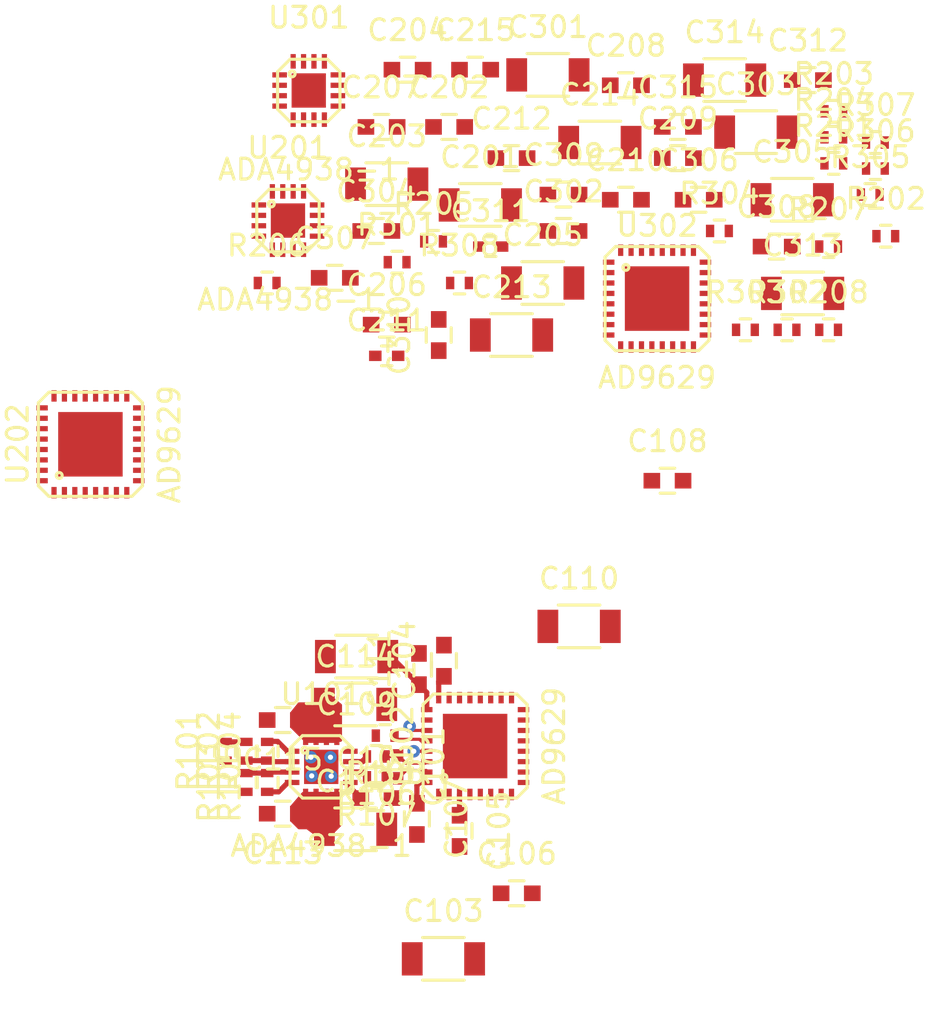
<source format=kicad_pcb>
(kicad_pcb (version 4) (host pcbnew "(after 2015-mar-04 BZR unknown)-product")

  (general
    (links 170)
    (no_connects 140)
    (area 107.772619 65.875 153.953572 115.5)
    (thickness 1.6)
    (drawings 0)
    (tracks 64)
    (zones 0)
    (modules 75)
    (nets 113)
  )

  (page A4)
  (layers
    (0 F.Cu signal)
    (31 B.Cu signal)
    (32 B.Adhes user)
    (33 F.Adhes user)
    (34 B.Paste user)
    (35 F.Paste user)
    (36 B.SilkS user)
    (37 F.SilkS user)
    (38 B.Mask user)
    (39 F.Mask user)
    (40 Dwgs.User user)
    (41 Cmts.User user)
    (42 Eco1.User user)
    (43 Eco2.User user)
    (44 Edge.Cuts user)
    (45 Margin user)
    (46 B.CrtYd user)
    (47 F.CrtYd user hide)
    (48 B.Fab user)
    (49 F.Fab user)
  )

  (setup
    (last_trace_width 0.25)
    (user_trace_width 0.15)
    (user_trace_width 0.2)
    (user_trace_width 0.3)
    (user_trace_width 0.35)
    (user_trace_width 0.5)
    (trace_clearance 0.2)
    (zone_clearance 0.15)
    (zone_45_only no)
    (trace_min 0.15)
    (segment_width 0.2)
    (edge_width 0.1)
    (via_size 0.6)
    (via_drill 0.25)
    (via_min_size 0.6)
    (via_min_drill 0.25)
    (uvia_size 0.3)
    (uvia_drill 0.1)
    (uvias_allowed no)
    (uvia_min_size 0.2)
    (uvia_min_drill 0.1)
    (pcb_text_width 0.3)
    (pcb_text_size 1.5 1.5)
    (mod_edge_width 0.15)
    (mod_text_size 1 1)
    (mod_text_width 0.15)
    (pad_size 1.5 1.5)
    (pad_drill 0.6)
    (pad_to_mask_clearance 0)
    (aux_axis_origin 0 0)
    (visible_elements FFFCFF7F)
    (pcbplotparams
      (layerselection 0x00030_80000001)
      (usegerberextensions false)
      (excludeedgelayer true)
      (linewidth 0.100000)
      (plotframeref false)
      (viasonmask false)
      (mode 1)
      (useauxorigin false)
      (hpglpennumber 1)
      (hpglpenspeed 20)
      (hpglpendiameter 15)
      (hpglpenoverlay 2)
      (psnegative false)
      (psa4output false)
      (plotreference true)
      (plotvalue true)
      (plotinvisibletext false)
      (padsonsilk false)
      (subtractmaskfromsilk false)
      (outputformat 1)
      (mirror false)
      (drillshape 1)
      (scaleselection 1)
      (outputdirectory ""))
  )

  (net 0 "")
  (net 1 "Net-(C101-Pad1)")
  (net 2 "Net-(C101-Pad2)")
  (net 3 GND)
  (net 4 "Net-(R101-Pad2)")
  (net 5 "Net-(R102-Pad1)")
  (net 6 "Net-(R103-Pad2)")
  (net 7 "Net-(R104-Pad2)")
  (net 8 "Net-(R106-Pad2)")
  (net 9 "Net-(R107-Pad2)")
  (net 10 "Net-(U102-Pad1)")
  (net 11 "Net-(U102-Pad2)")
  (net 12 "Net-(U102-Pad4)")
  (net 13 "Net-(U102-Pad5)")
  (net 14 "Net-(U102-Pad6)")
  (net 15 "Net-(U102-Pad17)")
  (net 16 "Net-(U102-Pad18)")
  (net 17 "Net-(U102-Pad19)")
  (net 18 "Net-(U102-Pad20)")
  (net 19 "Net-(U102-Pad21)")
  (net 20 "Net-(U102-Pad22)")
  (net 21 "Net-(U102-Pad23)")
  (net 22 "Net-(U102-Pad9)")
  (net 23 "Net-(U102-Pad10)")
  (net 24 "Net-(U102-Pad11)")
  (net 25 "Net-(U102-Pad12)")
  (net 26 "Net-(U102-Pad14)")
  (net 27 "Net-(U102-Pad15)")
  (net 28 "Net-(U102-Pad16)")
  (net 29 "Net-(U102-Pad26)")
  (net 30 "Net-(R105-Pad1)")
  (net 31 /5V)
  (net 32 /-5V)
  (net 33 "Net-(U101-Pad12)")
  (net 34 /VCM)
  (net 35 /1.8V)
  (net 36 /3.3V)
  (net 37 "Net-(R108-Pad1)")
  (net 38 /Vref)
  (net 39 /ADC0/5V)
  (net 40 /ADC0/-5V)
  (net 41 /ADC0/1.8V)
  (net 42 /ADC0/VCM)
  (net 43 "Net-(C211-Pad1)")
  (net 44 "Net-(C211-Pad2)")
  (net 45 /ADC0/3.3V)
  (net 46 /ADC0/Vref)
  (net 47 /ADC1/5V)
  (net 48 /ADC1/-5V)
  (net 49 /ADC1/1.8V)
  (net 50 /ADC1/VCM)
  (net 51 "Net-(C311-Pad1)")
  (net 52 "Net-(C311-Pad2)")
  (net 53 /ADC1/3.3V)
  (net 54 /ADC1/Vref)
  (net 55 "Net-(R202-Pad1)")
  (net 56 "Net-(R203-Pad2)")
  (net 57 "Net-(R204-Pad1)")
  (net 58 "Net-(R205-Pad2)")
  (net 59 "Net-(R206-Pad2)")
  (net 60 "Net-(R207-Pad2)")
  (net 61 "Net-(R208-Pad1)")
  (net 62 "Net-(R302-Pad1)")
  (net 63 "Net-(R303-Pad2)")
  (net 64 "Net-(R304-Pad1)")
  (net 65 "Net-(R305-Pad2)")
  (net 66 "Net-(R306-Pad2)")
  (net 67 "Net-(R307-Pad2)")
  (net 68 "Net-(R308-Pad1)")
  (net 69 "Net-(U201-Pad12)")
  (net 70 "Net-(U202-Pad4)")
  (net 71 "Net-(U202-Pad5)")
  (net 72 "Net-(U202-Pad6)")
  (net 73 "Net-(U202-Pad17)")
  (net 74 "Net-(U202-Pad18)")
  (net 75 "Net-(U202-Pad19)")
  (net 76 "Net-(U202-Pad20)")
  (net 77 "Net-(U202-Pad21)")
  (net 78 "Net-(U202-Pad22)")
  (net 79 "Net-(U202-Pad23)")
  (net 80 "Net-(U202-Pad9)")
  (net 81 "Net-(U202-Pad10)")
  (net 82 "Net-(U202-Pad11)")
  (net 83 "Net-(U202-Pad12)")
  (net 84 "Net-(U202-Pad14)")
  (net 85 "Net-(U202-Pad15)")
  (net 86 "Net-(U202-Pad16)")
  (net 87 "Net-(U202-Pad26)")
  (net 88 "Net-(U301-Pad12)")
  (net 89 "Net-(U302-Pad4)")
  (net 90 "Net-(U302-Pad5)")
  (net 91 "Net-(U302-Pad6)")
  (net 92 "Net-(U302-Pad17)")
  (net 93 "Net-(U302-Pad18)")
  (net 94 "Net-(U302-Pad19)")
  (net 95 "Net-(U302-Pad20)")
  (net 96 "Net-(U302-Pad21)")
  (net 97 "Net-(U302-Pad22)")
  (net 98 "Net-(U302-Pad23)")
  (net 99 "Net-(U302-Pad9)")
  (net 100 "Net-(U302-Pad10)")
  (net 101 "Net-(U302-Pad11)")
  (net 102 "Net-(U302-Pad12)")
  (net 103 "Net-(U302-Pad14)")
  (net 104 "Net-(U302-Pad15)")
  (net 105 "Net-(U302-Pad16)")
  (net 106 "Net-(U302-Pad26)")
  (net 107 /ADC0/IN+)
  (net 108 /ADC1/IN+)
  (net 109 /ADC0/CLK+)
  (net 110 /ADC0/CLK-)
  (net 111 /ADC1/CLK+)
  (net 112 /ADC1/CLK-)

  (net_class Default "Ceci est la Netclass par défaut"
    (clearance 0.2)
    (trace_width 0.25)
    (via_dia 0.6)
    (via_drill 0.25)
    (uvia_dia 0.3)
    (uvia_drill 0.1)
    (add_net /-5V)
    (add_net /1.8V)
    (add_net /3.3V)
    (add_net /5V)
    (add_net /ADC0/-5V)
    (add_net /ADC0/1.8V)
    (add_net /ADC0/3.3V)
    (add_net /ADC0/5V)
    (add_net /ADC0/CLK+)
    (add_net /ADC0/CLK-)
    (add_net /ADC0/IN+)
    (add_net /ADC0/VCM)
    (add_net /ADC0/Vref)
    (add_net /ADC1/-5V)
    (add_net /ADC1/1.8V)
    (add_net /ADC1/3.3V)
    (add_net /ADC1/5V)
    (add_net /ADC1/CLK+)
    (add_net /ADC1/CLK-)
    (add_net /ADC1/IN+)
    (add_net /ADC1/VCM)
    (add_net /ADC1/Vref)
    (add_net /VCM)
    (add_net /Vref)
    (add_net GND)
    (add_net "Net-(C101-Pad1)")
    (add_net "Net-(C101-Pad2)")
    (add_net "Net-(C211-Pad1)")
    (add_net "Net-(C211-Pad2)")
    (add_net "Net-(C311-Pad1)")
    (add_net "Net-(C311-Pad2)")
    (add_net "Net-(R101-Pad2)")
    (add_net "Net-(R102-Pad1)")
    (add_net "Net-(R103-Pad2)")
    (add_net "Net-(R104-Pad2)")
    (add_net "Net-(R105-Pad1)")
    (add_net "Net-(R106-Pad2)")
    (add_net "Net-(R107-Pad2)")
    (add_net "Net-(R108-Pad1)")
    (add_net "Net-(R202-Pad1)")
    (add_net "Net-(R203-Pad2)")
    (add_net "Net-(R204-Pad1)")
    (add_net "Net-(R205-Pad2)")
    (add_net "Net-(R206-Pad2)")
    (add_net "Net-(R207-Pad2)")
    (add_net "Net-(R208-Pad1)")
    (add_net "Net-(R302-Pad1)")
    (add_net "Net-(R303-Pad2)")
    (add_net "Net-(R304-Pad1)")
    (add_net "Net-(R305-Pad2)")
    (add_net "Net-(R306-Pad2)")
    (add_net "Net-(R307-Pad2)")
    (add_net "Net-(R308-Pad1)")
    (add_net "Net-(U101-Pad12)")
    (add_net "Net-(U102-Pad1)")
    (add_net "Net-(U102-Pad10)")
    (add_net "Net-(U102-Pad11)")
    (add_net "Net-(U102-Pad12)")
    (add_net "Net-(U102-Pad14)")
    (add_net "Net-(U102-Pad15)")
    (add_net "Net-(U102-Pad16)")
    (add_net "Net-(U102-Pad17)")
    (add_net "Net-(U102-Pad18)")
    (add_net "Net-(U102-Pad19)")
    (add_net "Net-(U102-Pad2)")
    (add_net "Net-(U102-Pad20)")
    (add_net "Net-(U102-Pad21)")
    (add_net "Net-(U102-Pad22)")
    (add_net "Net-(U102-Pad23)")
    (add_net "Net-(U102-Pad26)")
    (add_net "Net-(U102-Pad4)")
    (add_net "Net-(U102-Pad5)")
    (add_net "Net-(U102-Pad6)")
    (add_net "Net-(U102-Pad9)")
    (add_net "Net-(U201-Pad12)")
    (add_net "Net-(U202-Pad10)")
    (add_net "Net-(U202-Pad11)")
    (add_net "Net-(U202-Pad12)")
    (add_net "Net-(U202-Pad14)")
    (add_net "Net-(U202-Pad15)")
    (add_net "Net-(U202-Pad16)")
    (add_net "Net-(U202-Pad17)")
    (add_net "Net-(U202-Pad18)")
    (add_net "Net-(U202-Pad19)")
    (add_net "Net-(U202-Pad20)")
    (add_net "Net-(U202-Pad21)")
    (add_net "Net-(U202-Pad22)")
    (add_net "Net-(U202-Pad23)")
    (add_net "Net-(U202-Pad26)")
    (add_net "Net-(U202-Pad4)")
    (add_net "Net-(U202-Pad5)")
    (add_net "Net-(U202-Pad6)")
    (add_net "Net-(U202-Pad9)")
    (add_net "Net-(U301-Pad12)")
    (add_net "Net-(U302-Pad10)")
    (add_net "Net-(U302-Pad11)")
    (add_net "Net-(U302-Pad12)")
    (add_net "Net-(U302-Pad14)")
    (add_net "Net-(U302-Pad15)")
    (add_net "Net-(U302-Pad16)")
    (add_net "Net-(U302-Pad17)")
    (add_net "Net-(U302-Pad18)")
    (add_net "Net-(U302-Pad19)")
    (add_net "Net-(U302-Pad20)")
    (add_net "Net-(U302-Pad21)")
    (add_net "Net-(U302-Pad22)")
    (add_net "Net-(U302-Pad23)")
    (add_net "Net-(U302-Pad26)")
    (add_net "Net-(U302-Pad4)")
    (add_net "Net-(U302-Pad5)")
    (add_net "Net-(U302-Pad6)")
    (add_net "Net-(U302-Pad9)")
  )

  (module LFCSP_VQ:LFCSP_VQ_CP32-2 (layer F.Cu) (tedit 0) (tstamp 55562772)
    (at 132 102 90)
    (path /5553E744)
    (fp_text reference U102 (at 0 -3.5 90) (layer F.SilkS)
      (effects (font (size 1 1) (thickness 0.15)))
    )
    (fp_text value AD9629 (at 0 3.8 90) (layer F.SilkS)
      (effects (font (size 1 1) (thickness 0.15)))
    )
    (fp_circle (center -1.5 -1.5) (end -1.4 -1.4) (layer F.SilkS) (width 0.15))
    (fp_line (start -2 -2.5) (end -2.5 -2) (layer F.SilkS) (width 0.15))
    (fp_line (start -2.5 -2) (end -2.5 2) (layer F.SilkS) (width 0.15))
    (fp_line (start -2.5 2) (end -2 2.5) (layer F.SilkS) (width 0.15))
    (fp_line (start -2 2.5) (end 2 2.5) (layer F.SilkS) (width 0.15))
    (fp_line (start 2 2.5) (end 2.5 2) (layer F.SilkS) (width 0.15))
    (fp_line (start 2.5 2) (end 2.5 -2) (layer F.SilkS) (width 0.15))
    (fp_line (start 2.5 -2) (end 2 -2.5) (layer F.SilkS) (width 0.15))
    (fp_line (start 2 -2.5) (end -2 -2.5) (layer F.SilkS) (width 0.15))
    (pad 1 smd rect (at -2.325 -1.75 90) (size 0.55 0.25) (layers F.Cu F.Paste F.Mask)
      (net 10 "Net-(U102-Pad1)"))
    (pad 2 smd rect (at -2.325 -1.25 90) (size 0.55 0.25) (layers F.Cu F.Paste F.Mask)
      (net 11 "Net-(U102-Pad2)"))
    (pad 3 smd rect (at -2.325 -0.75 90) (size 0.55 0.25) (layers F.Cu F.Paste F.Mask)
      (net 35 /1.8V))
    (pad 4 smd rect (at -2.325 -0.25 90) (size 0.55 0.25) (layers F.Cu F.Paste F.Mask)
      (net 12 "Net-(U102-Pad4)"))
    (pad 5 smd rect (at -2.325 0.25 90) (size 0.55 0.25) (layers F.Cu F.Paste F.Mask)
      (net 13 "Net-(U102-Pad5)"))
    (pad 6 smd rect (at -2.325 0.75 90) (size 0.55 0.25) (layers F.Cu F.Paste F.Mask)
      (net 14 "Net-(U102-Pad6)"))
    (pad 7 smd rect (at -2.325 1.25 90) (size 0.55 0.25) (layers F.Cu F.Paste F.Mask))
    (pad 8 smd rect (at -2.325 1.75 90) (size 0.55 0.25) (layers F.Cu F.Paste F.Mask))
    (pad 17 smd rect (at 2.325 1.75 90) (size 0.55 0.25) (layers F.Cu F.Paste F.Mask)
      (net 15 "Net-(U102-Pad17)"))
    (pad 18 smd rect (at 2.325 1.25 90) (size 0.55 0.25) (layers F.Cu F.Paste F.Mask)
      (net 16 "Net-(U102-Pad18)"))
    (pad 19 smd rect (at 2.325 0.75 90) (size 0.55 0.25) (layers F.Cu F.Paste F.Mask)
      (net 17 "Net-(U102-Pad19)"))
    (pad 20 smd rect (at 2.325 0.25 90) (size 0.55 0.25) (layers F.Cu F.Paste F.Mask)
      (net 18 "Net-(U102-Pad20)"))
    (pad 21 smd rect (at 2.325 -0.25 90) (size 0.55 0.25) (layers F.Cu F.Paste F.Mask)
      (net 19 "Net-(U102-Pad21)"))
    (pad 22 smd rect (at 2.325 -0.75 90) (size 0.55 0.25) (layers F.Cu F.Paste F.Mask)
      (net 20 "Net-(U102-Pad22)"))
    (pad 23 smd rect (at 2.325 -1.25 90) (size 0.55 0.25) (layers F.Cu F.Paste F.Mask)
      (net 21 "Net-(U102-Pad23)"))
    (pad 24 smd rect (at 2.325 -1.75 90) (size 0.55 0.25) (layers F.Cu F.Paste F.Mask)
      (net 35 /1.8V))
    (pad 9 smd rect (at -1.75 2.325 90) (size 0.25 0.55) (layers F.Cu F.Paste F.Mask)
      (net 22 "Net-(U102-Pad9)"))
    (pad 10 smd rect (at -1.25 2.325 90) (size 0.25 0.55) (layers F.Cu F.Paste F.Mask)
      (net 23 "Net-(U102-Pad10)"))
    (pad 11 smd rect (at -0.75 2.325 90) (size 0.25 0.55) (layers F.Cu F.Paste F.Mask)
      (net 24 "Net-(U102-Pad11)"))
    (pad 12 smd rect (at -0.25 2.325 90) (size 0.25 0.55) (layers F.Cu F.Paste F.Mask)
      (net 25 "Net-(U102-Pad12)"))
    (pad 13 smd rect (at 0.25 2.325 90) (size 0.25 0.55) (layers F.Cu F.Paste F.Mask)
      (net 36 /3.3V))
    (pad 14 smd rect (at 0.75 2.325 90) (size 0.25 0.55) (layers F.Cu F.Paste F.Mask)
      (net 26 "Net-(U102-Pad14)"))
    (pad 15 smd rect (at 1.25 2.325 90) (size 0.25 0.55) (layers F.Cu F.Paste F.Mask)
      (net 27 "Net-(U102-Pad15)"))
    (pad 16 smd rect (at 1.75 2.325 90) (size 0.25 0.55) (layers F.Cu F.Paste F.Mask)
      (net 28 "Net-(U102-Pad16)"))
    (pad 25 smd rect (at 1.75 -2.325 90) (size 0.25 0.55) (layers F.Cu F.Paste F.Mask)
      (net 38 /Vref))
    (pad 26 smd rect (at 1.25 -2.325 90) (size 0.25 0.55) (layers F.Cu F.Paste F.Mask)
      (net 29 "Net-(U102-Pad26)"))
    (pad 27 smd rect (at 0.75 -2.325 90) (size 0.25 0.55) (layers F.Cu F.Paste F.Mask)
      (net 34 /VCM))
    (pad 28 smd rect (at 0.25 -2.325 90) (size 0.25 0.55) (layers F.Cu F.Paste F.Mask)
      (net 37 "Net-(R108-Pad1)"))
    (pad 29 smd rect (at -0.25 -2.325 90) (size 0.25 0.55) (layers F.Cu F.Paste F.Mask)
      (net 35 /1.8V))
    (pad 30 smd rect (at -0.75 -2.325 90) (size 0.25 0.55) (layers F.Cu F.Paste F.Mask)
      (net 1 "Net-(C101-Pad1)"))
    (pad 31 smd rect (at -1.25 -2.325 90) (size 0.25 0.55) (layers F.Cu F.Paste F.Mask)
      (net 2 "Net-(C101-Pad2)"))
    (pad 32 smd rect (at -1.75 -2.325 90) (size 0.25 0.55) (layers F.Cu F.Paste F.Mask)
      (net 35 /1.8V))
    (pad 33 smd rect (at 0 0 90) (size 3.1 3.1) (layers F.Cu F.Paste F.Mask)
      (net 3 GND))
  )

  (module LFCSP_VQ:LFCSP_VQ_CP16 (layer F.Cu) (tedit 555B5DD0) (tstamp 555E9DB3)
    (at 124.6 103)
    (path /5553E7B0)
    (fp_text reference U101 (at 0 -3.5) (layer F.SilkS)
      (effects (font (size 1 1) (thickness 0.15)))
    )
    (fp_text value ADA4938-1 (at 0 3.8) (layer F.SilkS)
      (effects (font (size 1 1) (thickness 0.15)))
    )
    (fp_line (start 1.5 0.9) (end 0.9 1.5) (layer F.SilkS) (width 0.15))
    (fp_line (start -1.5 0.9) (end -0.9 1.5) (layer F.SilkS) (width 0.15))
    (fp_line (start -0.9 1.5) (end 0.9 1.5) (layer F.SilkS) (width 0.15))
    (fp_line (start -0.9 -1.5) (end 0.9 -1.5) (layer F.SilkS) (width 0.15))
    (fp_line (start 0.9 -1.5) (end 1.5 -0.9) (layer F.SilkS) (width 0.15))
    (fp_line (start 1.5 -0.9) (end 1.5 0.9) (layer F.SilkS) (width 0.15))
    (fp_circle (center -0.8 -0.8) (end -0.7 -0.7) (layer F.SilkS) (width 0.15))
    (fp_line (start -0.9 -1.5) (end -1.5 -0.9) (layer F.SilkS) (width 0.15))
    (fp_line (start -1.5 -0.9) (end -1.5 0.9) (layer F.SilkS) (width 0.15))
    (pad 4 smd rect (at -1.4 0.75) (size 0.7 0.25) (layers F.Cu F.Paste F.Mask)
      (net 30 "Net-(R105-Pad1)"))
    (pad 3 smd rect (at -1.4 0.25) (size 0.7 0.25) (layers F.Cu F.Paste F.Mask)
      (net 6 "Net-(R103-Pad2)"))
    (pad 2 smd rect (at -1.4 -0.25) (size 0.7 0.25) (layers F.Cu F.Paste F.Mask)
      (net 5 "Net-(R102-Pad1)"))
    (pad 1 smd rect (at -1.4 -0.75) (size 0.7 0.25) (layers F.Cu F.Paste F.Mask)
      (net 7 "Net-(R104-Pad2)"))
    (pad 17 smd rect (at 0 0) (size 1.65 1.65) (layers F.Cu F.Paste F.Mask)
      (net 3 GND))
    (pad 5 smd rect (at -0.75 1.4 90) (size 0.7 0.25) (layers F.Cu F.Paste F.Mask)
      (net 31 /5V))
    (pad 9 smd rect (at 1.4 0.75 180) (size 0.7 0.25) (layers F.Cu F.Paste F.Mask)
      (net 34 /VCM))
    (pad 13 smd rect (at 0.75 -1.4 270) (size 0.7 0.25) (layers F.Cu F.Paste F.Mask)
      (net 32 /-5V))
    (pad 6 smd rect (at -0.25 1.4 90) (size 0.7 0.25) (layers F.Cu F.Paste F.Mask)
      (net 31 /5V))
    (pad 10 smd rect (at 1.4 0.25 180) (size 0.7 0.25) (layers F.Cu F.Paste F.Mask)
      (net 9 "Net-(R107-Pad2)"))
    (pad 14 smd rect (at 0.25 -1.4 270) (size 0.7 0.25) (layers F.Cu F.Paste F.Mask)
      (net 32 /-5V))
    (pad 7 smd rect (at 0.25 1.4 90) (size 0.7 0.25) (layers F.Cu F.Paste F.Mask)
      (net 31 /5V))
    (pad 11 smd rect (at 1.4 -0.25 180) (size 0.7 0.25) (layers F.Cu F.Paste F.Mask)
      (net 8 "Net-(R106-Pad2)"))
    (pad 15 smd rect (at -0.25 -1.4 270) (size 0.7 0.25) (layers F.Cu F.Paste F.Mask)
      (net 32 /-5V))
    (pad 8 smd rect (at 0.75 1.4 90) (size 0.7 0.25) (layers F.Cu F.Paste F.Mask)
      (net 31 /5V))
    (pad 12 smd rect (at 1.4 -0.75 180) (size 0.7 0.25) (layers F.Cu F.Paste F.Mask)
      (net 33 "Net-(U101-Pad12)"))
    (pad 16 smd rect (at -0.75 -1.4 270) (size 0.7 0.25) (layers F.Cu F.Paste F.Mask)
      (net 32 /-5V))
  )

  (module Capacitors_SMD:C_0603 (layer F.Cu) (tedit 5415D631) (tstamp 5561A49C)
    (at 127.25 104.5)
    (descr "Capacitor SMD 0603, reflow soldering, AVX (see smccp.pdf)")
    (tags "capacitor 0603")
    (path /555BC327)
    (attr smd)
    (fp_text reference C102 (at 0 -1.9) (layer F.SilkS)
      (effects (font (size 1 1) (thickness 0.15)))
    )
    (fp_text value 100nF (at 0 1.9) (layer F.Fab)
      (effects (font (size 1 1) (thickness 0.15)))
    )
    (fp_line (start -1.45 -0.75) (end 1.45 -0.75) (layer F.CrtYd) (width 0.05))
    (fp_line (start -1.45 0.75) (end 1.45 0.75) (layer F.CrtYd) (width 0.05))
    (fp_line (start -1.45 -0.75) (end -1.45 0.75) (layer F.CrtYd) (width 0.05))
    (fp_line (start 1.45 -0.75) (end 1.45 0.75) (layer F.CrtYd) (width 0.05))
    (fp_line (start -0.35 -0.6) (end 0.35 -0.6) (layer F.SilkS) (width 0.15))
    (fp_line (start 0.35 0.6) (end -0.35 0.6) (layer F.SilkS) (width 0.15))
    (pad 1 smd rect (at -0.75 0) (size 0.8 0.75) (layers F.Cu F.Paste F.Mask)
      (net 34 /VCM))
    (pad 2 smd rect (at 0.75 0) (size 0.8 0.75) (layers F.Cu F.Paste F.Mask)
      (net 3 GND))
    (model Capacitors_SMD.3dshapes/C_0603.wrl
      (at (xyz 0 0 0))
      (scale (xyz 1 1 1))
      (rotate (xyz 0 0 0))
    )
  )

  (module Capacitors_SMD:C_1206 (layer F.Cu) (tedit 5415D7BD) (tstamp 5561A4A8)
    (at 130.475 112.225)
    (descr "Capacitor SMD 1206, reflow soldering, AVX (see smccp.pdf)")
    (tags "capacitor 1206")
    (path /555BEEEC)
    (attr smd)
    (fp_text reference C103 (at 0 -2.3) (layer F.SilkS)
      (effects (font (size 1 1) (thickness 0.15)))
    )
    (fp_text value 1µ (at 0 2.3) (layer F.Fab)
      (effects (font (size 1 1) (thickness 0.15)))
    )
    (fp_line (start -2.3 -1.15) (end 2.3 -1.15) (layer F.CrtYd) (width 0.05))
    (fp_line (start -2.3 1.15) (end 2.3 1.15) (layer F.CrtYd) (width 0.05))
    (fp_line (start -2.3 -1.15) (end -2.3 1.15) (layer F.CrtYd) (width 0.05))
    (fp_line (start 2.3 -1.15) (end 2.3 1.15) (layer F.CrtYd) (width 0.05))
    (fp_line (start 1 -1.025) (end -1 -1.025) (layer F.SilkS) (width 0.15))
    (fp_line (start -1 1.025) (end 1 1.025) (layer F.SilkS) (width 0.15))
    (pad 1 smd rect (at -1.5 0) (size 1 1.6) (layers F.Cu F.Paste F.Mask)
      (net 35 /1.8V))
    (pad 2 smd rect (at 1.5 0) (size 1 1.6) (layers F.Cu F.Paste F.Mask)
      (net 3 GND))
    (model Capacitors_SMD.3dshapes/C_1206.wrl
      (at (xyz 0 0 0))
      (scale (xyz 1 1 1))
      (rotate (xyz 0 0 0))
    )
  )

  (module Capacitors_SMD:C_0603 (layer F.Cu) (tedit 5415D631) (tstamp 5561A4B4)
    (at 130.5 97.9 90)
    (descr "Capacitor SMD 0603, reflow soldering, AVX (see smccp.pdf)")
    (tags "capacitor 0603")
    (path /555BE173)
    (attr smd)
    (fp_text reference C104 (at 0 -1.9 90) (layer F.SilkS)
      (effects (font (size 1 1) (thickness 0.15)))
    )
    (fp_text value 100n (at 0 1.9 90) (layer F.Fab)
      (effects (font (size 1 1) (thickness 0.15)))
    )
    (fp_line (start -1.45 -0.75) (end 1.45 -0.75) (layer F.CrtYd) (width 0.05))
    (fp_line (start -1.45 0.75) (end 1.45 0.75) (layer F.CrtYd) (width 0.05))
    (fp_line (start -1.45 -0.75) (end -1.45 0.75) (layer F.CrtYd) (width 0.05))
    (fp_line (start 1.45 -0.75) (end 1.45 0.75) (layer F.CrtYd) (width 0.05))
    (fp_line (start -0.35 -0.6) (end 0.35 -0.6) (layer F.SilkS) (width 0.15))
    (fp_line (start 0.35 0.6) (end -0.35 0.6) (layer F.SilkS) (width 0.15))
    (pad 1 smd rect (at -0.75 0 90) (size 0.8 0.75) (layers F.Cu F.Paste F.Mask)
      (net 35 /1.8V))
    (pad 2 smd rect (at 0.75 0 90) (size 0.8 0.75) (layers F.Cu F.Paste F.Mask)
      (net 3 GND))
    (model Capacitors_SMD.3dshapes/C_0603.wrl
      (at (xyz 0 0 0))
      (scale (xyz 1 1 1))
      (rotate (xyz 0 0 0))
    )
  )

  (module Capacitors_SMD:C_0603 (layer F.Cu) (tedit 5415D631) (tstamp 5561A4C0)
    (at 131.25 106.075 270)
    (descr "Capacitor SMD 0603, reflow soldering, AVX (see smccp.pdf)")
    (tags "capacitor 0603")
    (path /555BE1E8)
    (attr smd)
    (fp_text reference C105 (at 0 -1.9 270) (layer F.SilkS)
      (effects (font (size 1 1) (thickness 0.15)))
    )
    (fp_text value 100n (at 0 1.9 270) (layer F.Fab)
      (effects (font (size 1 1) (thickness 0.15)))
    )
    (fp_line (start -1.45 -0.75) (end 1.45 -0.75) (layer F.CrtYd) (width 0.05))
    (fp_line (start -1.45 0.75) (end 1.45 0.75) (layer F.CrtYd) (width 0.05))
    (fp_line (start -1.45 -0.75) (end -1.45 0.75) (layer F.CrtYd) (width 0.05))
    (fp_line (start 1.45 -0.75) (end 1.45 0.75) (layer F.CrtYd) (width 0.05))
    (fp_line (start -0.35 -0.6) (end 0.35 -0.6) (layer F.SilkS) (width 0.15))
    (fp_line (start 0.35 0.6) (end -0.35 0.6) (layer F.SilkS) (width 0.15))
    (pad 1 smd rect (at -0.75 0 270) (size 0.8 0.75) (layers F.Cu F.Paste F.Mask)
      (net 35 /1.8V))
    (pad 2 smd rect (at 0.75 0 270) (size 0.8 0.75) (layers F.Cu F.Paste F.Mask)
      (net 3 GND))
    (model Capacitors_SMD.3dshapes/C_0603.wrl
      (at (xyz 0 0 0))
      (scale (xyz 1 1 1))
      (rotate (xyz 0 0 0))
    )
  )

  (module Capacitors_SMD:C_0603 (layer F.Cu) (tedit 5415D631) (tstamp 5561A4CC)
    (at 134 109.075)
    (descr "Capacitor SMD 0603, reflow soldering, AVX (see smccp.pdf)")
    (tags "capacitor 0603")
    (path /555BE222)
    (attr smd)
    (fp_text reference C106 (at 0 -1.9) (layer F.SilkS)
      (effects (font (size 1 1) (thickness 0.15)))
    )
    (fp_text value 100n (at 0 1.9) (layer F.Fab)
      (effects (font (size 1 1) (thickness 0.15)))
    )
    (fp_line (start -1.45 -0.75) (end 1.45 -0.75) (layer F.CrtYd) (width 0.05))
    (fp_line (start -1.45 0.75) (end 1.45 0.75) (layer F.CrtYd) (width 0.05))
    (fp_line (start -1.45 -0.75) (end -1.45 0.75) (layer F.CrtYd) (width 0.05))
    (fp_line (start 1.45 -0.75) (end 1.45 0.75) (layer F.CrtYd) (width 0.05))
    (fp_line (start -0.35 -0.6) (end 0.35 -0.6) (layer F.SilkS) (width 0.15))
    (fp_line (start 0.35 0.6) (end -0.35 0.6) (layer F.SilkS) (width 0.15))
    (pad 1 smd rect (at -0.75 0) (size 0.8 0.75) (layers F.Cu F.Paste F.Mask)
      (net 35 /1.8V))
    (pad 2 smd rect (at 0.75 0) (size 0.8 0.75) (layers F.Cu F.Paste F.Mask)
      (net 3 GND))
    (model Capacitors_SMD.3dshapes/C_0603.wrl
      (at (xyz 0 0 0))
      (scale (xyz 1 1 1))
      (rotate (xyz 0 0 0))
    )
  )

  (module Capacitors_SMD:C_0603 (layer F.Cu) (tedit 5415D631) (tstamp 5561A4D8)
    (at 129.2 105.5 270)
    (descr "Capacitor SMD 0603, reflow soldering, AVX (see smccp.pdf)")
    (tags "capacitor 0603")
    (path /555BE25A)
    (attr smd)
    (fp_text reference C107 (at 0 -1.9 270) (layer F.SilkS)
      (effects (font (size 1 1) (thickness 0.15)))
    )
    (fp_text value 100n (at 0 1.9 270) (layer F.Fab)
      (effects (font (size 1 1) (thickness 0.15)))
    )
    (fp_line (start -1.45 -0.75) (end 1.45 -0.75) (layer F.CrtYd) (width 0.05))
    (fp_line (start -1.45 0.75) (end 1.45 0.75) (layer F.CrtYd) (width 0.05))
    (fp_line (start -1.45 -0.75) (end -1.45 0.75) (layer F.CrtYd) (width 0.05))
    (fp_line (start 1.45 -0.75) (end 1.45 0.75) (layer F.CrtYd) (width 0.05))
    (fp_line (start -0.35 -0.6) (end 0.35 -0.6) (layer F.SilkS) (width 0.15))
    (fp_line (start 0.35 0.6) (end -0.35 0.6) (layer F.SilkS) (width 0.15))
    (pad 1 smd rect (at -0.75 0 270) (size 0.8 0.75) (layers F.Cu F.Paste F.Mask)
      (net 35 /1.8V))
    (pad 2 smd rect (at 0.75 0 270) (size 0.8 0.75) (layers F.Cu F.Paste F.Mask)
      (net 3 GND))
    (model Capacitors_SMD.3dshapes/C_0603.wrl
      (at (xyz 0 0 0))
      (scale (xyz 1 1 1))
      (rotate (xyz 0 0 0))
    )
  )

  (module Capacitors_SMD:C_0603 (layer F.Cu) (tedit 5415D631) (tstamp 5561A4E4)
    (at 141.25 89.25)
    (descr "Capacitor SMD 0603, reflow soldering, AVX (see smccp.pdf)")
    (tags "capacitor 0603")
    (path /555BE294)
    (attr smd)
    (fp_text reference C108 (at 0 -1.9) (layer F.SilkS)
      (effects (font (size 1 1) (thickness 0.15)))
    )
    (fp_text value 100n (at 0 1.9) (layer F.Fab)
      (effects (font (size 1 1) (thickness 0.15)))
    )
    (fp_line (start -1.45 -0.75) (end 1.45 -0.75) (layer F.CrtYd) (width 0.05))
    (fp_line (start -1.45 0.75) (end 1.45 0.75) (layer F.CrtYd) (width 0.05))
    (fp_line (start -1.45 -0.75) (end -1.45 0.75) (layer F.CrtYd) (width 0.05))
    (fp_line (start 1.45 -0.75) (end 1.45 0.75) (layer F.CrtYd) (width 0.05))
    (fp_line (start -0.35 -0.6) (end 0.35 -0.6) (layer F.SilkS) (width 0.15))
    (fp_line (start 0.35 0.6) (end -0.35 0.6) (layer F.SilkS) (width 0.15))
    (pad 1 smd rect (at -0.75 0) (size 0.8 0.75) (layers F.Cu F.Paste F.Mask)
      (net 36 /3.3V))
    (pad 2 smd rect (at 0.75 0) (size 0.8 0.75) (layers F.Cu F.Paste F.Mask)
      (net 3 GND))
    (model Capacitors_SMD.3dshapes/C_0603.wrl
      (at (xyz 0 0 0))
      (scale (xyz 1 1 1))
      (rotate (xyz 0 0 0))
    )
  )

  (module Capacitors_SMD:C_1206 (layer F.Cu) (tedit 5415D7BD) (tstamp 5561A4F0)
    (at 126.3 97.7 180)
    (descr "Capacitor SMD 1206, reflow soldering, AVX (see smccp.pdf)")
    (tags "capacitor 1206")
    (path /555BD76E)
    (attr smd)
    (fp_text reference C109 (at 0 -2.3 180) (layer F.SilkS)
      (effects (font (size 1 1) (thickness 0.15)))
    )
    (fp_text value 1µ (at 0 2.3 180) (layer F.Fab)
      (effects (font (size 1 1) (thickness 0.15)))
    )
    (fp_line (start -2.3 -1.15) (end 2.3 -1.15) (layer F.CrtYd) (width 0.05))
    (fp_line (start -2.3 1.15) (end 2.3 1.15) (layer F.CrtYd) (width 0.05))
    (fp_line (start -2.3 -1.15) (end -2.3 1.15) (layer F.CrtYd) (width 0.05))
    (fp_line (start 2.3 -1.15) (end 2.3 1.15) (layer F.CrtYd) (width 0.05))
    (fp_line (start 1 -1.025) (end -1 -1.025) (layer F.SilkS) (width 0.15))
    (fp_line (start -1 1.025) (end 1 1.025) (layer F.SilkS) (width 0.15))
    (pad 1 smd rect (at -1.5 0 180) (size 1 1.6) (layers F.Cu F.Paste F.Mask)
      (net 38 /Vref))
    (pad 2 smd rect (at 1.5 0 180) (size 1 1.6) (layers F.Cu F.Paste F.Mask)
      (net 3 GND))
    (model Capacitors_SMD.3dshapes/C_1206.wrl
      (at (xyz 0 0 0))
      (scale (xyz 1 1 1))
      (rotate (xyz 0 0 0))
    )
  )

  (module Capacitors_SMD:C_1206 (layer F.Cu) (tedit 5415D7BD) (tstamp 5561A4FC)
    (at 137 96.25)
    (descr "Capacitor SMD 1206, reflow soldering, AVX (see smccp.pdf)")
    (tags "capacitor 1206")
    (path /555BF422)
    (attr smd)
    (fp_text reference C110 (at 0 -2.3) (layer F.SilkS)
      (effects (font (size 1 1) (thickness 0.15)))
    )
    (fp_text value 1µ (at 0 2.3) (layer F.Fab)
      (effects (font (size 1 1) (thickness 0.15)))
    )
    (fp_line (start -2.3 -1.15) (end 2.3 -1.15) (layer F.CrtYd) (width 0.05))
    (fp_line (start -2.3 1.15) (end 2.3 1.15) (layer F.CrtYd) (width 0.05))
    (fp_line (start -2.3 -1.15) (end -2.3 1.15) (layer F.CrtYd) (width 0.05))
    (fp_line (start 2.3 -1.15) (end 2.3 1.15) (layer F.CrtYd) (width 0.05))
    (fp_line (start 1 -1.025) (end -1 -1.025) (layer F.SilkS) (width 0.15))
    (fp_line (start -1 1.025) (end 1 1.025) (layer F.SilkS) (width 0.15))
    (pad 1 smd rect (at -1.5 0) (size 1 1.6) (layers F.Cu F.Paste F.Mask)
      (net 36 /3.3V))
    (pad 2 smd rect (at 1.5 0) (size 1 1.6) (layers F.Cu F.Paste F.Mask)
      (net 3 GND))
    (model Capacitors_SMD.3dshapes/C_1206.wrl
      (at (xyz 0 0 0))
      (scale (xyz 1 1 1))
      (rotate (xyz 0 0 0))
    )
  )

  (module Capacitors_SMD:C_0603 (layer F.Cu) (tedit 5415D631) (tstamp 5561A508)
    (at 129.3 98.3 90)
    (descr "Capacitor SMD 0603, reflow soldering, AVX (see smccp.pdf)")
    (tags "capacitor 0603")
    (path /555BD7FD)
    (attr smd)
    (fp_text reference C111 (at 0 -1.9 90) (layer F.SilkS)
      (effects (font (size 1 1) (thickness 0.15)))
    )
    (fp_text value 100n (at 0 1.9 90) (layer F.Fab)
      (effects (font (size 1 1) (thickness 0.15)))
    )
    (fp_line (start -1.45 -0.75) (end 1.45 -0.75) (layer F.CrtYd) (width 0.05))
    (fp_line (start -1.45 0.75) (end 1.45 0.75) (layer F.CrtYd) (width 0.05))
    (fp_line (start -1.45 -0.75) (end -1.45 0.75) (layer F.CrtYd) (width 0.05))
    (fp_line (start 1.45 -0.75) (end 1.45 0.75) (layer F.CrtYd) (width 0.05))
    (fp_line (start -0.35 -0.6) (end 0.35 -0.6) (layer F.SilkS) (width 0.15))
    (fp_line (start 0.35 0.6) (end -0.35 0.6) (layer F.SilkS) (width 0.15))
    (pad 1 smd rect (at -0.75 0 90) (size 0.8 0.75) (layers F.Cu F.Paste F.Mask)
      (net 38 /Vref))
    (pad 2 smd rect (at 0.75 0 90) (size 0.8 0.75) (layers F.Cu F.Paste F.Mask)
      (net 3 GND))
    (model Capacitors_SMD.3dshapes/C_0603.wrl
      (at (xyz 0 0 0))
      (scale (xyz 1 1 1))
      (rotate (xyz 0 0 0))
    )
  )

  (module Capacitors_SMD:C_1206 (layer F.Cu) (tedit 5415D7BD) (tstamp 5561A514)
    (at 126.25 106)
    (descr "Capacitor SMD 1206, reflow soldering, AVX (see smccp.pdf)")
    (tags "capacitor 1206")
    (path /555BFA78)
    (attr smd)
    (fp_text reference C112 (at 0 -2.3) (layer F.SilkS)
      (effects (font (size 1 1) (thickness 0.15)))
    )
    (fp_text value 1µ (at 0 2.3) (layer F.Fab)
      (effects (font (size 1 1) (thickness 0.15)))
    )
    (fp_line (start -2.3 -1.15) (end 2.3 -1.15) (layer F.CrtYd) (width 0.05))
    (fp_line (start -2.3 1.15) (end 2.3 1.15) (layer F.CrtYd) (width 0.05))
    (fp_line (start -2.3 -1.15) (end -2.3 1.15) (layer F.CrtYd) (width 0.05))
    (fp_line (start 2.3 -1.15) (end 2.3 1.15) (layer F.CrtYd) (width 0.05))
    (fp_line (start 1 -1.025) (end -1 -1.025) (layer F.SilkS) (width 0.15))
    (fp_line (start -1 1.025) (end 1 1.025) (layer F.SilkS) (width 0.15))
    (pad 1 smd rect (at -1.5 0) (size 1 1.6) (layers F.Cu F.Paste F.Mask)
      (net 31 /5V))
    (pad 2 smd rect (at 1.5 0) (size 1 1.6) (layers F.Cu F.Paste F.Mask)
      (net 3 GND))
    (model Capacitors_SMD.3dshapes/C_1206.wrl
      (at (xyz 0 0 0))
      (scale (xyz 1 1 1))
      (rotate (xyz 0 0 0))
    )
  )

  (module Capacitors_SMD:C_0603 (layer F.Cu) (tedit 5415D631) (tstamp 5561A520)
    (at 122.75 105.25 180)
    (descr "Capacitor SMD 0603, reflow soldering, AVX (see smccp.pdf)")
    (tags "capacitor 0603")
    (path /555BFB48)
    (attr smd)
    (fp_text reference C113 (at 0 -1.9 180) (layer F.SilkS)
      (effects (font (size 1 1) (thickness 0.15)))
    )
    (fp_text value 100n (at 0 1.9 180) (layer F.Fab)
      (effects (font (size 1 1) (thickness 0.15)))
    )
    (fp_line (start -1.45 -0.75) (end 1.45 -0.75) (layer F.CrtYd) (width 0.05))
    (fp_line (start -1.45 0.75) (end 1.45 0.75) (layer F.CrtYd) (width 0.05))
    (fp_line (start -1.45 -0.75) (end -1.45 0.75) (layer F.CrtYd) (width 0.05))
    (fp_line (start 1.45 -0.75) (end 1.45 0.75) (layer F.CrtYd) (width 0.05))
    (fp_line (start -0.35 -0.6) (end 0.35 -0.6) (layer F.SilkS) (width 0.15))
    (fp_line (start 0.35 0.6) (end -0.35 0.6) (layer F.SilkS) (width 0.15))
    (pad 1 smd rect (at -0.75 0 180) (size 0.8 0.75) (layers F.Cu F.Paste F.Mask)
      (net 31 /5V))
    (pad 2 smd rect (at 0.75 0 180) (size 0.8 0.75) (layers F.Cu F.Paste F.Mask)
      (net 3 GND))
    (model Capacitors_SMD.3dshapes/C_0603.wrl
      (at (xyz 0 0 0))
      (scale (xyz 1 1 1))
      (rotate (xyz 0 0 0))
    )
  )

  (module Capacitors_SMD:C_1206 (layer F.Cu) (tedit 5415D7BD) (tstamp 5561A52C)
    (at 126.25 100)
    (descr "Capacitor SMD 1206, reflow soldering, AVX (see smccp.pdf)")
    (tags "capacitor 1206")
    (path /555BFBB8)
    (attr smd)
    (fp_text reference C114 (at 0 -2.3) (layer F.SilkS)
      (effects (font (size 1 1) (thickness 0.15)))
    )
    (fp_text value 1µ (at 0 2.3) (layer F.Fab)
      (effects (font (size 1 1) (thickness 0.15)))
    )
    (fp_line (start -2.3 -1.15) (end 2.3 -1.15) (layer F.CrtYd) (width 0.05))
    (fp_line (start -2.3 1.15) (end 2.3 1.15) (layer F.CrtYd) (width 0.05))
    (fp_line (start -2.3 -1.15) (end -2.3 1.15) (layer F.CrtYd) (width 0.05))
    (fp_line (start 2.3 -1.15) (end 2.3 1.15) (layer F.CrtYd) (width 0.05))
    (fp_line (start 1 -1.025) (end -1 -1.025) (layer F.SilkS) (width 0.15))
    (fp_line (start -1 1.025) (end 1 1.025) (layer F.SilkS) (width 0.15))
    (pad 1 smd rect (at -1.5 0) (size 1 1.6) (layers F.Cu F.Paste F.Mask)
      (net 32 /-5V))
    (pad 2 smd rect (at 1.5 0) (size 1 1.6) (layers F.Cu F.Paste F.Mask)
      (net 3 GND))
    (model Capacitors_SMD.3dshapes/C_1206.wrl
      (at (xyz 0 0 0))
      (scale (xyz 1 1 1))
      (rotate (xyz 0 0 0))
    )
  )

  (module Capacitors_SMD:C_0603 (layer F.Cu) (tedit 5415D631) (tstamp 5561A538)
    (at 122.75 100.75 180)
    (descr "Capacitor SMD 0603, reflow soldering, AVX (see smccp.pdf)")
    (tags "capacitor 0603")
    (path /555BFC14)
    (attr smd)
    (fp_text reference C115 (at 0 -1.9 180) (layer F.SilkS)
      (effects (font (size 1 1) (thickness 0.15)))
    )
    (fp_text value 100n (at 0 1.9 180) (layer F.Fab)
      (effects (font (size 1 1) (thickness 0.15)))
    )
    (fp_line (start -1.45 -0.75) (end 1.45 -0.75) (layer F.CrtYd) (width 0.05))
    (fp_line (start -1.45 0.75) (end 1.45 0.75) (layer F.CrtYd) (width 0.05))
    (fp_line (start -1.45 -0.75) (end -1.45 0.75) (layer F.CrtYd) (width 0.05))
    (fp_line (start 1.45 -0.75) (end 1.45 0.75) (layer F.CrtYd) (width 0.05))
    (fp_line (start -0.35 -0.6) (end 0.35 -0.6) (layer F.SilkS) (width 0.15))
    (fp_line (start 0.35 0.6) (end -0.35 0.6) (layer F.SilkS) (width 0.15))
    (pad 1 smd rect (at -0.75 0 180) (size 0.8 0.75) (layers F.Cu F.Paste F.Mask)
      (net 32 /-5V))
    (pad 2 smd rect (at 0.75 0 180) (size 0.8 0.75) (layers F.Cu F.Paste F.Mask)
      (net 3 GND))
    (model Capacitors_SMD.3dshapes/C_0603.wrl
      (at (xyz 0 0 0))
      (scale (xyz 1 1 1))
      (rotate (xyz 0 0 0))
    )
  )

  (module Resistors_SMD:R_0402 (layer F.Cu) (tedit 5415CBB8) (tstamp 55562747)
    (at 127.25 102.5 180)
    (descr "Resistor SMD 0402, reflow soldering, Vishay (see dcrcw.pdf)")
    (tags "resistor 0402")
    (path /5553E9BB)
    (attr smd)
    (fp_text reference R106 (at 0 -1.8 180) (layer F.SilkS)
      (effects (font (size 1 1) (thickness 0.15)))
    )
    (fp_text value 33 (at 0 1.8 180) (layer F.Fab)
      (effects (font (size 1 1) (thickness 0.15)))
    )
    (fp_line (start -0.95 -0.65) (end 0.95 -0.65) (layer F.CrtYd) (width 0.05))
    (fp_line (start -0.95 0.65) (end 0.95 0.65) (layer F.CrtYd) (width 0.05))
    (fp_line (start -0.95 -0.65) (end -0.95 0.65) (layer F.CrtYd) (width 0.05))
    (fp_line (start 0.95 -0.65) (end 0.95 0.65) (layer F.CrtYd) (width 0.05))
    (fp_line (start 0.25 -0.525) (end -0.25 -0.525) (layer F.SilkS) (width 0.15))
    (fp_line (start -0.25 0.525) (end 0.25 0.525) (layer F.SilkS) (width 0.15))
    (pad 1 smd rect (at -0.45 0 180) (size 0.4 0.6) (layers F.Cu F.Paste F.Mask)
      (net 1 "Net-(C101-Pad1)"))
    (pad 2 smd rect (at 0.45 0 180) (size 0.4 0.6) (layers F.Cu F.Paste F.Mask)
      (net 8 "Net-(R106-Pad2)"))
    (model Resistors_SMD.3dshapes/R_0402.wrl
      (at (xyz 0 0 0))
      (scale (xyz 1 1 1))
      (rotate (xyz 0 0 0))
    )
  )

  (module Resistors_SMD:R_0402 (layer F.Cu) (tedit 5415CBB8) (tstamp 5556274D)
    (at 127.25 103.5 180)
    (descr "Resistor SMD 0402, reflow soldering, Vishay (see dcrcw.pdf)")
    (tags "resistor 0402")
    (path /5553EA39)
    (attr smd)
    (fp_text reference R107 (at 0 -1.8 180) (layer F.SilkS)
      (effects (font (size 1 1) (thickness 0.15)))
    )
    (fp_text value 33 (at 0 1.8 180) (layer F.Fab)
      (effects (font (size 1 1) (thickness 0.15)))
    )
    (fp_line (start -0.95 -0.65) (end 0.95 -0.65) (layer F.CrtYd) (width 0.05))
    (fp_line (start -0.95 0.65) (end 0.95 0.65) (layer F.CrtYd) (width 0.05))
    (fp_line (start -0.95 -0.65) (end -0.95 0.65) (layer F.CrtYd) (width 0.05))
    (fp_line (start 0.95 -0.65) (end 0.95 0.65) (layer F.CrtYd) (width 0.05))
    (fp_line (start 0.25 -0.525) (end -0.25 -0.525) (layer F.SilkS) (width 0.15))
    (fp_line (start -0.25 0.525) (end 0.25 0.525) (layer F.SilkS) (width 0.15))
    (pad 1 smd rect (at -0.45 0 180) (size 0.4 0.6) (layers F.Cu F.Paste F.Mask)
      (net 2 "Net-(C101-Pad2)"))
    (pad 2 smd rect (at 0.45 0 180) (size 0.4 0.6) (layers F.Cu F.Paste F.Mask)
      (net 9 "Net-(R107-Pad2)"))
    (model Resistors_SMD.3dshapes/R_0402.wrl
      (at (xyz 0 0 0))
      (scale (xyz 1 1 1))
      (rotate (xyz 0 0 0))
    )
  )

  (module Capacitors_SMD:C_0402 (layer F.Cu) (tedit 5415D599) (tstamp 5567B6D8)
    (at 128.3 103 270)
    (descr "Capacitor SMD 0402, reflow soldering, AVX (see smccp.pdf)")
    (tags "capacitor 0402")
    (path /5553F19A)
    (attr smd)
    (fp_text reference C101 (at 0 -1.7 270) (layer F.SilkS)
      (effects (font (size 1 1) (thickness 0.15)))
    )
    (fp_text value 10p (at 0 1.7 270) (layer F.Fab)
      (effects (font (size 1 1) (thickness 0.15)))
    )
    (fp_line (start -1.15 -0.6) (end 1.15 -0.6) (layer F.CrtYd) (width 0.05))
    (fp_line (start -1.15 0.6) (end 1.15 0.6) (layer F.CrtYd) (width 0.05))
    (fp_line (start -1.15 -0.6) (end -1.15 0.6) (layer F.CrtYd) (width 0.05))
    (fp_line (start 1.15 -0.6) (end 1.15 0.6) (layer F.CrtYd) (width 0.05))
    (fp_line (start 0.25 -0.475) (end -0.25 -0.475) (layer F.SilkS) (width 0.15))
    (fp_line (start -0.25 0.475) (end 0.25 0.475) (layer F.SilkS) (width 0.15))
    (pad 1 smd rect (at -0.55 0 270) (size 0.6 0.5) (layers F.Cu F.Paste F.Mask)
      (net 1 "Net-(C101-Pad1)"))
    (pad 2 smd rect (at 0.55 0 270) (size 0.6 0.5) (layers F.Cu F.Paste F.Mask)
      (net 2 "Net-(C101-Pad2)"))
    (model Capacitors_SMD.3dshapes/C_0402.wrl
      (at (xyz 0 0 0))
      (scale (xyz 1 1 1))
      (rotate (xyz 0 0 0))
    )
  )

  (module Resistors_SMD:R_0402 (layer F.Cu) (tedit 5415CBB8) (tstamp 555BB273)
    (at 120 102.25 90)
    (descr "Resistor SMD 0402, reflow soldering, Vishay (see dcrcw.pdf)")
    (tags "resistor 0402")
    (path /5553F09B)
    (attr smd)
    (fp_text reference R101 (at 0 -1.8 90) (layer F.SilkS)
      (effects (font (size 1 1) (thickness 0.15)))
    )
    (fp_text value 76.8 (at 0 1.8 90) (layer F.Fab)
      (effects (font (size 1 1) (thickness 0.15)))
    )
    (fp_line (start -0.95 -0.65) (end 0.95 -0.65) (layer F.CrtYd) (width 0.05))
    (fp_line (start -0.95 0.65) (end 0.95 0.65) (layer F.CrtYd) (width 0.05))
    (fp_line (start -0.95 -0.65) (end -0.95 0.65) (layer F.CrtYd) (width 0.05))
    (fp_line (start 0.95 -0.65) (end 0.95 0.65) (layer F.CrtYd) (width 0.05))
    (fp_line (start 0.25 -0.525) (end -0.25 -0.525) (layer F.SilkS) (width 0.15))
    (fp_line (start -0.25 0.525) (end 0.25 0.525) (layer F.SilkS) (width 0.15))
    (pad 1 smd rect (at -0.45 0 90) (size 0.4 0.6) (layers F.Cu F.Paste F.Mask)
      (net 3 GND))
    (pad 2 smd rect (at 0.45 0 90) (size 0.4 0.6) (layers F.Cu F.Paste F.Mask)
      (net 4 "Net-(R101-Pad2)"))
    (model Resistors_SMD.3dshapes/R_0402.wrl
      (at (xyz 0 0 0))
      (scale (xyz 1 1 1))
      (rotate (xyz 0 0 0))
    )
  )

  (module Resistors_SMD:R_0402 (layer F.Cu) (tedit 5415CBB8) (tstamp 555BB27E)
    (at 121 102.25 90)
    (descr "Resistor SMD 0402, reflow soldering, Vishay (see dcrcw.pdf)")
    (tags "resistor 0402")
    (path /5553F076)
    (attr smd)
    (fp_text reference R102 (at 0 -1.8 90) (layer F.SilkS)
      (effects (font (size 1 1) (thickness 0.15)))
    )
    (fp_text value 90 (at 0 1.8 90) (layer F.Fab)
      (effects (font (size 1 1) (thickness 0.15)))
    )
    (fp_line (start -0.95 -0.65) (end 0.95 -0.65) (layer F.CrtYd) (width 0.05))
    (fp_line (start -0.95 0.65) (end 0.95 0.65) (layer F.CrtYd) (width 0.05))
    (fp_line (start -0.95 -0.65) (end -0.95 0.65) (layer F.CrtYd) (width 0.05))
    (fp_line (start 0.95 -0.65) (end 0.95 0.65) (layer F.CrtYd) (width 0.05))
    (fp_line (start 0.25 -0.525) (end -0.25 -0.525) (layer F.SilkS) (width 0.15))
    (fp_line (start -0.25 0.525) (end 0.25 0.525) (layer F.SilkS) (width 0.15))
    (pad 1 smd rect (at -0.45 0 90) (size 0.4 0.6) (layers F.Cu F.Paste F.Mask)
      (net 5 "Net-(R102-Pad1)"))
    (pad 2 smd rect (at 0.45 0 90) (size 0.4 0.6) (layers F.Cu F.Paste F.Mask)
      (net 4 "Net-(R101-Pad2)"))
    (model Resistors_SMD.3dshapes/R_0402.wrl
      (at (xyz 0 0 0))
      (scale (xyz 1 1 1))
      (rotate (xyz 0 0 0))
    )
  )

  (module Resistors_SMD:R_0402 (layer F.Cu) (tedit 5415CBB8) (tstamp 555BB289)
    (at 121 103.75 90)
    (descr "Resistor SMD 0402, reflow soldering, Vishay (see dcrcw.pdf)")
    (tags "resistor 0402")
    (path /5553EFF8)
    (attr smd)
    (fp_text reference R103 (at 0 -1.8 90) (layer F.SilkS)
      (effects (font (size 1 1) (thickness 0.15)))
    )
    (fp_text value 120 (at 0 1.8 90) (layer F.Fab)
      (effects (font (size 1 1) (thickness 0.15)))
    )
    (fp_line (start -0.95 -0.65) (end 0.95 -0.65) (layer F.CrtYd) (width 0.05))
    (fp_line (start -0.95 0.65) (end 0.95 0.65) (layer F.CrtYd) (width 0.05))
    (fp_line (start -0.95 -0.65) (end -0.95 0.65) (layer F.CrtYd) (width 0.05))
    (fp_line (start 0.95 -0.65) (end 0.95 0.65) (layer F.CrtYd) (width 0.05))
    (fp_line (start 0.25 -0.525) (end -0.25 -0.525) (layer F.SilkS) (width 0.15))
    (fp_line (start -0.25 0.525) (end 0.25 0.525) (layer F.SilkS) (width 0.15))
    (pad 1 smd rect (at -0.45 0 90) (size 0.4 0.6) (layers F.Cu F.Paste F.Mask)
      (net 3 GND))
    (pad 2 smd rect (at 0.45 0 90) (size 0.4 0.6) (layers F.Cu F.Paste F.Mask)
      (net 6 "Net-(R103-Pad2)"))
    (model Resistors_SMD.3dshapes/R_0402.wrl
      (at (xyz 0 0 0))
      (scale (xyz 1 1 1))
      (rotate (xyz 0 0 0))
    )
  )

  (module Resistors_SMD:R_0402 (layer F.Cu) (tedit 5415CBB8) (tstamp 555BB294)
    (at 122 102.25 90)
    (descr "Resistor SMD 0402, reflow soldering, Vishay (see dcrcw.pdf)")
    (tags "resistor 0402")
    (path /5553EA96)
    (attr smd)
    (fp_text reference R104 (at 0 -1.8 90) (layer F.SilkS)
      (effects (font (size 1 1) (thickness 0.15)))
    )
    (fp_text value 200 (at 0 1.8 90) (layer F.Fab)
      (effects (font (size 1 1) (thickness 0.15)))
    )
    (fp_line (start -0.95 -0.65) (end 0.95 -0.65) (layer F.CrtYd) (width 0.05))
    (fp_line (start -0.95 0.65) (end 0.95 0.65) (layer F.CrtYd) (width 0.05))
    (fp_line (start -0.95 -0.65) (end -0.95 0.65) (layer F.CrtYd) (width 0.05))
    (fp_line (start 0.95 -0.65) (end 0.95 0.65) (layer F.CrtYd) (width 0.05))
    (fp_line (start 0.25 -0.525) (end -0.25 -0.525) (layer F.SilkS) (width 0.15))
    (fp_line (start -0.25 0.525) (end 0.25 0.525) (layer F.SilkS) (width 0.15))
    (pad 1 smd rect (at -0.45 0 90) (size 0.4 0.6) (layers F.Cu F.Paste F.Mask)
      (net 5 "Net-(R102-Pad1)"))
    (pad 2 smd rect (at 0.45 0 90) (size 0.4 0.6) (layers F.Cu F.Paste F.Mask)
      (net 7 "Net-(R104-Pad2)"))
    (model Resistors_SMD.3dshapes/R_0402.wrl
      (at (xyz 0 0 0))
      (scale (xyz 1 1 1))
      (rotate (xyz 0 0 0))
    )
  )

  (module Resistors_SMD:R_0402 (layer F.Cu) (tedit 5415CBB8) (tstamp 555BB29F)
    (at 122 103.75 90)
    (descr "Resistor SMD 0402, reflow soldering, Vishay (see dcrcw.pdf)")
    (tags "resistor 0402")
    (path /5553EB2A)
    (attr smd)
    (fp_text reference R105 (at 0 -1.8 90) (layer F.SilkS)
      (effects (font (size 1 1) (thickness 0.15)))
    )
    (fp_text value 200 (at 0 1.8 90) (layer F.Fab)
      (effects (font (size 1 1) (thickness 0.15)))
    )
    (fp_line (start -0.95 -0.65) (end 0.95 -0.65) (layer F.CrtYd) (width 0.05))
    (fp_line (start -0.95 0.65) (end 0.95 0.65) (layer F.CrtYd) (width 0.05))
    (fp_line (start -0.95 -0.65) (end -0.95 0.65) (layer F.CrtYd) (width 0.05))
    (fp_line (start 0.95 -0.65) (end 0.95 0.65) (layer F.CrtYd) (width 0.05))
    (fp_line (start 0.25 -0.525) (end -0.25 -0.525) (layer F.SilkS) (width 0.15))
    (fp_line (start -0.25 0.525) (end 0.25 0.525) (layer F.SilkS) (width 0.15))
    (pad 1 smd rect (at -0.45 0 90) (size 0.4 0.6) (layers F.Cu F.Paste F.Mask)
      (net 30 "Net-(R105-Pad1)"))
    (pad 2 smd rect (at 0.45 0 90) (size 0.4 0.6) (layers F.Cu F.Paste F.Mask)
      (net 6 "Net-(R103-Pad2)"))
    (model Resistors_SMD.3dshapes/R_0402.wrl
      (at (xyz 0 0 0))
      (scale (xyz 1 1 1))
      (rotate (xyz 0 0 0))
    )
  )

  (module Resistors_SMD:R_0402 (layer F.Cu) (tedit 5415CBB8) (tstamp 555BB6C5)
    (at 127.675 101.5 180)
    (descr "Resistor SMD 0402, reflow soldering, Vishay (see dcrcw.pdf)")
    (tags "resistor 0402")
    (path /555BDCB3)
    (attr smd)
    (fp_text reference R108 (at 0 -1.8 180) (layer F.SilkS)
      (effects (font (size 1 1) (thickness 0.15)))
    )
    (fp_text value 10k (at 0 1.8 180) (layer F.Fab)
      (effects (font (size 1 1) (thickness 0.15)))
    )
    (fp_line (start -0.95 -0.65) (end 0.95 -0.65) (layer F.CrtYd) (width 0.05))
    (fp_line (start -0.95 0.65) (end 0.95 0.65) (layer F.CrtYd) (width 0.05))
    (fp_line (start -0.95 -0.65) (end -0.95 0.65) (layer F.CrtYd) (width 0.05))
    (fp_line (start 0.95 -0.65) (end 0.95 0.65) (layer F.CrtYd) (width 0.05))
    (fp_line (start 0.25 -0.525) (end -0.25 -0.525) (layer F.SilkS) (width 0.15))
    (fp_line (start -0.25 0.525) (end 0.25 0.525) (layer F.SilkS) (width 0.15))
    (pad 1 smd rect (at -0.45 0 180) (size 0.4 0.6) (layers F.Cu F.Paste F.Mask)
      (net 37 "Net-(R108-Pad1)"))
    (pad 2 smd rect (at 0.45 0 180) (size 0.4 0.6) (layers F.Cu F.Paste F.Mask)
      (net 3 GND))
    (model Resistors_SMD.3dshapes/R_0402.wrl
      (at (xyz 0 0 0))
      (scale (xyz 1 1 1))
      (rotate (xyz 0 0 0))
    )
  )

  (module Capacitors_SMD:C_1206 (layer F.Cu) (tedit 5415D7BD) (tstamp 556F52C1)
    (at 132.25 76)
    (descr "Capacitor SMD 1206, reflow soldering, AVX (see smccp.pdf)")
    (tags "capacitor 1206")
    (path /556F5409/555BFA78)
    (attr smd)
    (fp_text reference C201 (at 0 -2.3) (layer F.SilkS)
      (effects (font (size 1 1) (thickness 0.15)))
    )
    (fp_text value 1µ (at 0 2.3) (layer F.Fab)
      (effects (font (size 1 1) (thickness 0.15)))
    )
    (fp_line (start -2.3 -1.15) (end 2.3 -1.15) (layer F.CrtYd) (width 0.05))
    (fp_line (start -2.3 1.15) (end 2.3 1.15) (layer F.CrtYd) (width 0.05))
    (fp_line (start -2.3 -1.15) (end -2.3 1.15) (layer F.CrtYd) (width 0.05))
    (fp_line (start 2.3 -1.15) (end 2.3 1.15) (layer F.CrtYd) (width 0.05))
    (fp_line (start 1 -1.025) (end -1 -1.025) (layer F.SilkS) (width 0.15))
    (fp_line (start -1 1.025) (end 1 1.025) (layer F.SilkS) (width 0.15))
    (pad 1 smd rect (at -1.5 0) (size 1 1.6) (layers F.Cu F.Paste F.Mask)
      (net 39 /ADC0/5V))
    (pad 2 smd rect (at 1.5 0) (size 1 1.6) (layers F.Cu F.Paste F.Mask)
      (net 3 GND))
    (model Capacitors_SMD.3dshapes/C_1206.wrl
      (at (xyz 0 0 0))
      (scale (xyz 1 1 1))
      (rotate (xyz 0 0 0))
    )
  )

  (module Capacitors_SMD:C_0603 (layer F.Cu) (tedit 5415D631) (tstamp 556F52C7)
    (at 130.75 72.25)
    (descr "Capacitor SMD 0603, reflow soldering, AVX (see smccp.pdf)")
    (tags "capacitor 0603")
    (path /556F5409/555BFB48)
    (attr smd)
    (fp_text reference C202 (at 0 -1.9) (layer F.SilkS)
      (effects (font (size 1 1) (thickness 0.15)))
    )
    (fp_text value 100n (at 0 1.9) (layer F.Fab)
      (effects (font (size 1 1) (thickness 0.15)))
    )
    (fp_line (start -1.45 -0.75) (end 1.45 -0.75) (layer F.CrtYd) (width 0.05))
    (fp_line (start -1.45 0.75) (end 1.45 0.75) (layer F.CrtYd) (width 0.05))
    (fp_line (start -1.45 -0.75) (end -1.45 0.75) (layer F.CrtYd) (width 0.05))
    (fp_line (start 1.45 -0.75) (end 1.45 0.75) (layer F.CrtYd) (width 0.05))
    (fp_line (start -0.35 -0.6) (end 0.35 -0.6) (layer F.SilkS) (width 0.15))
    (fp_line (start 0.35 0.6) (end -0.35 0.6) (layer F.SilkS) (width 0.15))
    (pad 1 smd rect (at -0.75 0) (size 0.8 0.75) (layers F.Cu F.Paste F.Mask)
      (net 39 /ADC0/5V))
    (pad 2 smd rect (at 0.75 0) (size 0.8 0.75) (layers F.Cu F.Paste F.Mask)
      (net 3 GND))
    (model Capacitors_SMD.3dshapes/C_0603.wrl
      (at (xyz 0 0 0))
      (scale (xyz 1 1 1))
      (rotate (xyz 0 0 0))
    )
  )

  (module Capacitors_SMD:C_1206 (layer F.Cu) (tedit 5415D7BD) (tstamp 556F52CD)
    (at 127.75 75)
    (descr "Capacitor SMD 1206, reflow soldering, AVX (see smccp.pdf)")
    (tags "capacitor 1206")
    (path /556F5409/555BFBB8)
    (attr smd)
    (fp_text reference C203 (at 0 -2.3) (layer F.SilkS)
      (effects (font (size 1 1) (thickness 0.15)))
    )
    (fp_text value 1µ (at 0 2.3) (layer F.Fab)
      (effects (font (size 1 1) (thickness 0.15)))
    )
    (fp_line (start -2.3 -1.15) (end 2.3 -1.15) (layer F.CrtYd) (width 0.05))
    (fp_line (start -2.3 1.15) (end 2.3 1.15) (layer F.CrtYd) (width 0.05))
    (fp_line (start -2.3 -1.15) (end -2.3 1.15) (layer F.CrtYd) (width 0.05))
    (fp_line (start 2.3 -1.15) (end 2.3 1.15) (layer F.CrtYd) (width 0.05))
    (fp_line (start 1 -1.025) (end -1 -1.025) (layer F.SilkS) (width 0.15))
    (fp_line (start -1 1.025) (end 1 1.025) (layer F.SilkS) (width 0.15))
    (pad 1 smd rect (at -1.5 0) (size 1 1.6) (layers F.Cu F.Paste F.Mask)
      (net 40 /ADC0/-5V))
    (pad 2 smd rect (at 1.5 0) (size 1 1.6) (layers F.Cu F.Paste F.Mask)
      (net 3 GND))
    (model Capacitors_SMD.3dshapes/C_1206.wrl
      (at (xyz 0 0 0))
      (scale (xyz 1 1 1))
      (rotate (xyz 0 0 0))
    )
  )

  (module Capacitors_SMD:C_0603 (layer F.Cu) (tedit 5415D631) (tstamp 556F52D3)
    (at 128.75 69.5)
    (descr "Capacitor SMD 0603, reflow soldering, AVX (see smccp.pdf)")
    (tags "capacitor 0603")
    (path /556F5409/555BFC14)
    (attr smd)
    (fp_text reference C204 (at 0 -1.9) (layer F.SilkS)
      (effects (font (size 1 1) (thickness 0.15)))
    )
    (fp_text value 100n (at 0 1.9) (layer F.Fab)
      (effects (font (size 1 1) (thickness 0.15)))
    )
    (fp_line (start -1.45 -0.75) (end 1.45 -0.75) (layer F.CrtYd) (width 0.05))
    (fp_line (start -1.45 0.75) (end 1.45 0.75) (layer F.CrtYd) (width 0.05))
    (fp_line (start -1.45 -0.75) (end -1.45 0.75) (layer F.CrtYd) (width 0.05))
    (fp_line (start 1.45 -0.75) (end 1.45 0.75) (layer F.CrtYd) (width 0.05))
    (fp_line (start -0.35 -0.6) (end 0.35 -0.6) (layer F.SilkS) (width 0.15))
    (fp_line (start 0.35 0.6) (end -0.35 0.6) (layer F.SilkS) (width 0.15))
    (pad 1 smd rect (at -0.75 0) (size 0.8 0.75) (layers F.Cu F.Paste F.Mask)
      (net 40 /ADC0/-5V))
    (pad 2 smd rect (at 0.75 0) (size 0.8 0.75) (layers F.Cu F.Paste F.Mask)
      (net 3 GND))
    (model Capacitors_SMD.3dshapes/C_0603.wrl
      (at (xyz 0 0 0))
      (scale (xyz 1 1 1))
      (rotate (xyz 0 0 0))
    )
  )

  (module Capacitors_SMD:C_1206 (layer F.Cu) (tedit 5415D7BD) (tstamp 556F52D9)
    (at 135.25 79.75)
    (descr "Capacitor SMD 1206, reflow soldering, AVX (see smccp.pdf)")
    (tags "capacitor 1206")
    (path /556F5409/555BEEEC)
    (attr smd)
    (fp_text reference C205 (at 0 -2.3) (layer F.SilkS)
      (effects (font (size 1 1) (thickness 0.15)))
    )
    (fp_text value 1µ (at 0 2.3) (layer F.Fab)
      (effects (font (size 1 1) (thickness 0.15)))
    )
    (fp_line (start -2.3 -1.15) (end 2.3 -1.15) (layer F.CrtYd) (width 0.05))
    (fp_line (start -2.3 1.15) (end 2.3 1.15) (layer F.CrtYd) (width 0.05))
    (fp_line (start -2.3 -1.15) (end -2.3 1.15) (layer F.CrtYd) (width 0.05))
    (fp_line (start 2.3 -1.15) (end 2.3 1.15) (layer F.CrtYd) (width 0.05))
    (fp_line (start 1 -1.025) (end -1 -1.025) (layer F.SilkS) (width 0.15))
    (fp_line (start -1 1.025) (end 1 1.025) (layer F.SilkS) (width 0.15))
    (pad 1 smd rect (at -1.5 0) (size 1 1.6) (layers F.Cu F.Paste F.Mask)
      (net 41 /ADC0/1.8V))
    (pad 2 smd rect (at 1.5 0) (size 1 1.6) (layers F.Cu F.Paste F.Mask)
      (net 3 GND))
    (model Capacitors_SMD.3dshapes/C_1206.wrl
      (at (xyz 0 0 0))
      (scale (xyz 1 1 1))
      (rotate (xyz 0 0 0))
    )
  )

  (module Capacitors_SMD:C_0603 (layer F.Cu) (tedit 5415D631) (tstamp 556F52DF)
    (at 127.75 81.75)
    (descr "Capacitor SMD 0603, reflow soldering, AVX (see smccp.pdf)")
    (tags "capacitor 0603")
    (path /556F5409/555BE173)
    (attr smd)
    (fp_text reference C206 (at 0 -1.9) (layer F.SilkS)
      (effects (font (size 1 1) (thickness 0.15)))
    )
    (fp_text value 100n (at 0 1.9) (layer F.Fab)
      (effects (font (size 1 1) (thickness 0.15)))
    )
    (fp_line (start -1.45 -0.75) (end 1.45 -0.75) (layer F.CrtYd) (width 0.05))
    (fp_line (start -1.45 0.75) (end 1.45 0.75) (layer F.CrtYd) (width 0.05))
    (fp_line (start -1.45 -0.75) (end -1.45 0.75) (layer F.CrtYd) (width 0.05))
    (fp_line (start 1.45 -0.75) (end 1.45 0.75) (layer F.CrtYd) (width 0.05))
    (fp_line (start -0.35 -0.6) (end 0.35 -0.6) (layer F.SilkS) (width 0.15))
    (fp_line (start 0.35 0.6) (end -0.35 0.6) (layer F.SilkS) (width 0.15))
    (pad 1 smd rect (at -0.75 0) (size 0.8 0.75) (layers F.Cu F.Paste F.Mask)
      (net 41 /ADC0/1.8V))
    (pad 2 smd rect (at 0.75 0) (size 0.8 0.75) (layers F.Cu F.Paste F.Mask)
      (net 3 GND))
    (model Capacitors_SMD.3dshapes/C_0603.wrl
      (at (xyz 0 0 0))
      (scale (xyz 1 1 1))
      (rotate (xyz 0 0 0))
    )
  )

  (module Capacitors_SMD:C_0603 (layer F.Cu) (tedit 5415D631) (tstamp 556F52E5)
    (at 127.5 72.25)
    (descr "Capacitor SMD 0603, reflow soldering, AVX (see smccp.pdf)")
    (tags "capacitor 0603")
    (path /556F5409/555BE1E8)
    (attr smd)
    (fp_text reference C207 (at 0 -1.9) (layer F.SilkS)
      (effects (font (size 1 1) (thickness 0.15)))
    )
    (fp_text value 100n (at 0 1.9) (layer F.Fab)
      (effects (font (size 1 1) (thickness 0.15)))
    )
    (fp_line (start -1.45 -0.75) (end 1.45 -0.75) (layer F.CrtYd) (width 0.05))
    (fp_line (start -1.45 0.75) (end 1.45 0.75) (layer F.CrtYd) (width 0.05))
    (fp_line (start -1.45 -0.75) (end -1.45 0.75) (layer F.CrtYd) (width 0.05))
    (fp_line (start 1.45 -0.75) (end 1.45 0.75) (layer F.CrtYd) (width 0.05))
    (fp_line (start -0.35 -0.6) (end 0.35 -0.6) (layer F.SilkS) (width 0.15))
    (fp_line (start 0.35 0.6) (end -0.35 0.6) (layer F.SilkS) (width 0.15))
    (pad 1 smd rect (at -0.75 0) (size 0.8 0.75) (layers F.Cu F.Paste F.Mask)
      (net 41 /ADC0/1.8V))
    (pad 2 smd rect (at 0.75 0) (size 0.8 0.75) (layers F.Cu F.Paste F.Mask)
      (net 3 GND))
    (model Capacitors_SMD.3dshapes/C_0603.wrl
      (at (xyz 0 0 0))
      (scale (xyz 1 1 1))
      (rotate (xyz 0 0 0))
    )
  )

  (module Capacitors_SMD:C_0603 (layer F.Cu) (tedit 5415D631) (tstamp 556F52EB)
    (at 139.25 70.25)
    (descr "Capacitor SMD 0603, reflow soldering, AVX (see smccp.pdf)")
    (tags "capacitor 0603")
    (path /556F5409/555BE222)
    (attr smd)
    (fp_text reference C208 (at 0 -1.9) (layer F.SilkS)
      (effects (font (size 1 1) (thickness 0.15)))
    )
    (fp_text value 100n (at 0 1.9) (layer F.Fab)
      (effects (font (size 1 1) (thickness 0.15)))
    )
    (fp_line (start -1.45 -0.75) (end 1.45 -0.75) (layer F.CrtYd) (width 0.05))
    (fp_line (start -1.45 0.75) (end 1.45 0.75) (layer F.CrtYd) (width 0.05))
    (fp_line (start -1.45 -0.75) (end -1.45 0.75) (layer F.CrtYd) (width 0.05))
    (fp_line (start 1.45 -0.75) (end 1.45 0.75) (layer F.CrtYd) (width 0.05))
    (fp_line (start -0.35 -0.6) (end 0.35 -0.6) (layer F.SilkS) (width 0.15))
    (fp_line (start 0.35 0.6) (end -0.35 0.6) (layer F.SilkS) (width 0.15))
    (pad 1 smd rect (at -0.75 0) (size 0.8 0.75) (layers F.Cu F.Paste F.Mask)
      (net 41 /ADC0/1.8V))
    (pad 2 smd rect (at 0.75 0) (size 0.8 0.75) (layers F.Cu F.Paste F.Mask)
      (net 3 GND))
    (model Capacitors_SMD.3dshapes/C_0603.wrl
      (at (xyz 0 0 0))
      (scale (xyz 1 1 1))
      (rotate (xyz 0 0 0))
    )
  )

  (module Capacitors_SMD:C_0603 (layer F.Cu) (tedit 5415D631) (tstamp 556F52F1)
    (at 141.75 73.75)
    (descr "Capacitor SMD 0603, reflow soldering, AVX (see smccp.pdf)")
    (tags "capacitor 0603")
    (path /556F5409/555BC327)
    (attr smd)
    (fp_text reference C209 (at 0 -1.9) (layer F.SilkS)
      (effects (font (size 1 1) (thickness 0.15)))
    )
    (fp_text value 100nF (at 0 1.9) (layer F.Fab)
      (effects (font (size 1 1) (thickness 0.15)))
    )
    (fp_line (start -1.45 -0.75) (end 1.45 -0.75) (layer F.CrtYd) (width 0.05))
    (fp_line (start -1.45 0.75) (end 1.45 0.75) (layer F.CrtYd) (width 0.05))
    (fp_line (start -1.45 -0.75) (end -1.45 0.75) (layer F.CrtYd) (width 0.05))
    (fp_line (start 1.45 -0.75) (end 1.45 0.75) (layer F.CrtYd) (width 0.05))
    (fp_line (start -0.35 -0.6) (end 0.35 -0.6) (layer F.SilkS) (width 0.15))
    (fp_line (start 0.35 0.6) (end -0.35 0.6) (layer F.SilkS) (width 0.15))
    (pad 1 smd rect (at -0.75 0) (size 0.8 0.75) (layers F.Cu F.Paste F.Mask)
      (net 42 /ADC0/VCM))
    (pad 2 smd rect (at 0.75 0) (size 0.8 0.75) (layers F.Cu F.Paste F.Mask)
      (net 3 GND))
    (model Capacitors_SMD.3dshapes/C_0603.wrl
      (at (xyz 0 0 0))
      (scale (xyz 1 1 1))
      (rotate (xyz 0 0 0))
    )
  )

  (module Capacitors_SMD:C_0603 (layer F.Cu) (tedit 5415D631) (tstamp 556F52F7)
    (at 139.25 75.75)
    (descr "Capacitor SMD 0603, reflow soldering, AVX (see smccp.pdf)")
    (tags "capacitor 0603")
    (path /556F5409/555BE25A)
    (attr smd)
    (fp_text reference C210 (at 0 -1.9) (layer F.SilkS)
      (effects (font (size 1 1) (thickness 0.15)))
    )
    (fp_text value 100n (at 0 1.9) (layer F.Fab)
      (effects (font (size 1 1) (thickness 0.15)))
    )
    (fp_line (start -1.45 -0.75) (end 1.45 -0.75) (layer F.CrtYd) (width 0.05))
    (fp_line (start -1.45 0.75) (end 1.45 0.75) (layer F.CrtYd) (width 0.05))
    (fp_line (start -1.45 -0.75) (end -1.45 0.75) (layer F.CrtYd) (width 0.05))
    (fp_line (start 1.45 -0.75) (end 1.45 0.75) (layer F.CrtYd) (width 0.05))
    (fp_line (start -0.35 -0.6) (end 0.35 -0.6) (layer F.SilkS) (width 0.15))
    (fp_line (start 0.35 0.6) (end -0.35 0.6) (layer F.SilkS) (width 0.15))
    (pad 1 smd rect (at -0.75 0) (size 0.8 0.75) (layers F.Cu F.Paste F.Mask)
      (net 41 /ADC0/1.8V))
    (pad 2 smd rect (at 0.75 0) (size 0.8 0.75) (layers F.Cu F.Paste F.Mask)
      (net 3 GND))
    (model Capacitors_SMD.3dshapes/C_0603.wrl
      (at (xyz 0 0 0))
      (scale (xyz 1 1 1))
      (rotate (xyz 0 0 0))
    )
  )

  (module Capacitors_SMD:C_0402 (layer F.Cu) (tedit 5415D599) (tstamp 556F52FD)
    (at 127.75 83.25)
    (descr "Capacitor SMD 0402, reflow soldering, AVX (see smccp.pdf)")
    (tags "capacitor 0402")
    (path /556F5409/5553F19A)
    (attr smd)
    (fp_text reference C211 (at 0 -1.7) (layer F.SilkS)
      (effects (font (size 1 1) (thickness 0.15)))
    )
    (fp_text value 10p (at 0 1.7) (layer F.Fab)
      (effects (font (size 1 1) (thickness 0.15)))
    )
    (fp_line (start -1.15 -0.6) (end 1.15 -0.6) (layer F.CrtYd) (width 0.05))
    (fp_line (start -1.15 0.6) (end 1.15 0.6) (layer F.CrtYd) (width 0.05))
    (fp_line (start -1.15 -0.6) (end -1.15 0.6) (layer F.CrtYd) (width 0.05))
    (fp_line (start 1.15 -0.6) (end 1.15 0.6) (layer F.CrtYd) (width 0.05))
    (fp_line (start 0.25 -0.475) (end -0.25 -0.475) (layer F.SilkS) (width 0.15))
    (fp_line (start -0.25 0.475) (end 0.25 0.475) (layer F.SilkS) (width 0.15))
    (pad 1 smd rect (at -0.55 0) (size 0.6 0.5) (layers F.Cu F.Paste F.Mask)
      (net 43 "Net-(C211-Pad1)"))
    (pad 2 smd rect (at 0.55 0) (size 0.6 0.5) (layers F.Cu F.Paste F.Mask)
      (net 44 "Net-(C211-Pad2)"))
    (model Capacitors_SMD.3dshapes/C_0402.wrl
      (at (xyz 0 0 0))
      (scale (xyz 1 1 1))
      (rotate (xyz 0 0 0))
    )
  )

  (module Capacitors_SMD:C_0603 (layer F.Cu) (tedit 5415D631) (tstamp 556F5303)
    (at 133.75 73.75)
    (descr "Capacitor SMD 0603, reflow soldering, AVX (see smccp.pdf)")
    (tags "capacitor 0603")
    (path /556F5409/555BE294)
    (attr smd)
    (fp_text reference C212 (at 0 -1.9) (layer F.SilkS)
      (effects (font (size 1 1) (thickness 0.15)))
    )
    (fp_text value 100n (at 0 1.9) (layer F.Fab)
      (effects (font (size 1 1) (thickness 0.15)))
    )
    (fp_line (start -1.45 -0.75) (end 1.45 -0.75) (layer F.CrtYd) (width 0.05))
    (fp_line (start -1.45 0.75) (end 1.45 0.75) (layer F.CrtYd) (width 0.05))
    (fp_line (start -1.45 -0.75) (end -1.45 0.75) (layer F.CrtYd) (width 0.05))
    (fp_line (start 1.45 -0.75) (end 1.45 0.75) (layer F.CrtYd) (width 0.05))
    (fp_line (start -0.35 -0.6) (end 0.35 -0.6) (layer F.SilkS) (width 0.15))
    (fp_line (start 0.35 0.6) (end -0.35 0.6) (layer F.SilkS) (width 0.15))
    (pad 1 smd rect (at -0.75 0) (size 0.8 0.75) (layers F.Cu F.Paste F.Mask)
      (net 45 /ADC0/3.3V))
    (pad 2 smd rect (at 0.75 0) (size 0.8 0.75) (layers F.Cu F.Paste F.Mask)
      (net 3 GND))
    (model Capacitors_SMD.3dshapes/C_0603.wrl
      (at (xyz 0 0 0))
      (scale (xyz 1 1 1))
      (rotate (xyz 0 0 0))
    )
  )

  (module Capacitors_SMD:C_1206 (layer F.Cu) (tedit 5415D7BD) (tstamp 556F5309)
    (at 133.75 82.25)
    (descr "Capacitor SMD 1206, reflow soldering, AVX (see smccp.pdf)")
    (tags "capacitor 1206")
    (path /556F5409/555BD76E)
    (attr smd)
    (fp_text reference C213 (at 0 -2.3) (layer F.SilkS)
      (effects (font (size 1 1) (thickness 0.15)))
    )
    (fp_text value 1µ (at 0 2.3) (layer F.Fab)
      (effects (font (size 1 1) (thickness 0.15)))
    )
    (fp_line (start -2.3 -1.15) (end 2.3 -1.15) (layer F.CrtYd) (width 0.05))
    (fp_line (start -2.3 1.15) (end 2.3 1.15) (layer F.CrtYd) (width 0.05))
    (fp_line (start -2.3 -1.15) (end -2.3 1.15) (layer F.CrtYd) (width 0.05))
    (fp_line (start 2.3 -1.15) (end 2.3 1.15) (layer F.CrtYd) (width 0.05))
    (fp_line (start 1 -1.025) (end -1 -1.025) (layer F.SilkS) (width 0.15))
    (fp_line (start -1 1.025) (end 1 1.025) (layer F.SilkS) (width 0.15))
    (pad 1 smd rect (at -1.5 0) (size 1 1.6) (layers F.Cu F.Paste F.Mask)
      (net 46 /ADC0/Vref))
    (pad 2 smd rect (at 1.5 0) (size 1 1.6) (layers F.Cu F.Paste F.Mask)
      (net 3 GND))
    (model Capacitors_SMD.3dshapes/C_1206.wrl
      (at (xyz 0 0 0))
      (scale (xyz 1 1 1))
      (rotate (xyz 0 0 0))
    )
  )

  (module Capacitors_SMD:C_1206 (layer F.Cu) (tedit 5415D7BD) (tstamp 556F530F)
    (at 138 73)
    (descr "Capacitor SMD 1206, reflow soldering, AVX (see smccp.pdf)")
    (tags "capacitor 1206")
    (path /556F5409/555BF422)
    (attr smd)
    (fp_text reference C214 (at 0 -2.3) (layer F.SilkS)
      (effects (font (size 1 1) (thickness 0.15)))
    )
    (fp_text value 1µ (at 0 2.3) (layer F.Fab)
      (effects (font (size 1 1) (thickness 0.15)))
    )
    (fp_line (start -2.3 -1.15) (end 2.3 -1.15) (layer F.CrtYd) (width 0.05))
    (fp_line (start -2.3 1.15) (end 2.3 1.15) (layer F.CrtYd) (width 0.05))
    (fp_line (start -2.3 -1.15) (end -2.3 1.15) (layer F.CrtYd) (width 0.05))
    (fp_line (start 2.3 -1.15) (end 2.3 1.15) (layer F.CrtYd) (width 0.05))
    (fp_line (start 1 -1.025) (end -1 -1.025) (layer F.SilkS) (width 0.15))
    (fp_line (start -1 1.025) (end 1 1.025) (layer F.SilkS) (width 0.15))
    (pad 1 smd rect (at -1.5 0) (size 1 1.6) (layers F.Cu F.Paste F.Mask)
      (net 45 /ADC0/3.3V))
    (pad 2 smd rect (at 1.5 0) (size 1 1.6) (layers F.Cu F.Paste F.Mask)
      (net 3 GND))
    (model Capacitors_SMD.3dshapes/C_1206.wrl
      (at (xyz 0 0 0))
      (scale (xyz 1 1 1))
      (rotate (xyz 0 0 0))
    )
  )

  (module Capacitors_SMD:C_0603 (layer F.Cu) (tedit 5415D631) (tstamp 556F5315)
    (at 132 69.5)
    (descr "Capacitor SMD 0603, reflow soldering, AVX (see smccp.pdf)")
    (tags "capacitor 0603")
    (path /556F5409/555BD7FD)
    (attr smd)
    (fp_text reference C215 (at 0 -1.9) (layer F.SilkS)
      (effects (font (size 1 1) (thickness 0.15)))
    )
    (fp_text value 100n (at 0 1.9) (layer F.Fab)
      (effects (font (size 1 1) (thickness 0.15)))
    )
    (fp_line (start -1.45 -0.75) (end 1.45 -0.75) (layer F.CrtYd) (width 0.05))
    (fp_line (start -1.45 0.75) (end 1.45 0.75) (layer F.CrtYd) (width 0.05))
    (fp_line (start -1.45 -0.75) (end -1.45 0.75) (layer F.CrtYd) (width 0.05))
    (fp_line (start 1.45 -0.75) (end 1.45 0.75) (layer F.CrtYd) (width 0.05))
    (fp_line (start -0.35 -0.6) (end 0.35 -0.6) (layer F.SilkS) (width 0.15))
    (fp_line (start 0.35 0.6) (end -0.35 0.6) (layer F.SilkS) (width 0.15))
    (pad 1 smd rect (at -0.75 0) (size 0.8 0.75) (layers F.Cu F.Paste F.Mask)
      (net 46 /ADC0/Vref))
    (pad 2 smd rect (at 0.75 0) (size 0.8 0.75) (layers F.Cu F.Paste F.Mask)
      (net 3 GND))
    (model Capacitors_SMD.3dshapes/C_0603.wrl
      (at (xyz 0 0 0))
      (scale (xyz 1 1 1))
      (rotate (xyz 0 0 0))
    )
  )

  (module Capacitors_SMD:C_1206 (layer F.Cu) (tedit 5415D7BD) (tstamp 556F531B)
    (at 135.5 69.75)
    (descr "Capacitor SMD 1206, reflow soldering, AVX (see smccp.pdf)")
    (tags "capacitor 1206")
    (path /556F560C/555BFA78)
    (attr smd)
    (fp_text reference C301 (at 0 -2.3) (layer F.SilkS)
      (effects (font (size 1 1) (thickness 0.15)))
    )
    (fp_text value 1µ (at 0 2.3) (layer F.Fab)
      (effects (font (size 1 1) (thickness 0.15)))
    )
    (fp_line (start -2.3 -1.15) (end 2.3 -1.15) (layer F.CrtYd) (width 0.05))
    (fp_line (start -2.3 1.15) (end 2.3 1.15) (layer F.CrtYd) (width 0.05))
    (fp_line (start -2.3 -1.15) (end -2.3 1.15) (layer F.CrtYd) (width 0.05))
    (fp_line (start 2.3 -1.15) (end 2.3 1.15) (layer F.CrtYd) (width 0.05))
    (fp_line (start 1 -1.025) (end -1 -1.025) (layer F.SilkS) (width 0.15))
    (fp_line (start -1 1.025) (end 1 1.025) (layer F.SilkS) (width 0.15))
    (pad 1 smd rect (at -1.5 0) (size 1 1.6) (layers F.Cu F.Paste F.Mask)
      (net 47 /ADC1/5V))
    (pad 2 smd rect (at 1.5 0) (size 1 1.6) (layers F.Cu F.Paste F.Mask)
      (net 3 GND))
    (model Capacitors_SMD.3dshapes/C_1206.wrl
      (at (xyz 0 0 0))
      (scale (xyz 1 1 1))
      (rotate (xyz 0 0 0))
    )
  )

  (module Capacitors_SMD:C_0603 (layer F.Cu) (tedit 5415D631) (tstamp 556F5321)
    (at 136.25 77.25)
    (descr "Capacitor SMD 0603, reflow soldering, AVX (see smccp.pdf)")
    (tags "capacitor 0603")
    (path /556F560C/555BFB48)
    (attr smd)
    (fp_text reference C302 (at 0 -1.9) (layer F.SilkS)
      (effects (font (size 1 1) (thickness 0.15)))
    )
    (fp_text value 100n (at 0 1.9) (layer F.Fab)
      (effects (font (size 1 1) (thickness 0.15)))
    )
    (fp_line (start -1.45 -0.75) (end 1.45 -0.75) (layer F.CrtYd) (width 0.05))
    (fp_line (start -1.45 0.75) (end 1.45 0.75) (layer F.CrtYd) (width 0.05))
    (fp_line (start -1.45 -0.75) (end -1.45 0.75) (layer F.CrtYd) (width 0.05))
    (fp_line (start 1.45 -0.75) (end 1.45 0.75) (layer F.CrtYd) (width 0.05))
    (fp_line (start -0.35 -0.6) (end 0.35 -0.6) (layer F.SilkS) (width 0.15))
    (fp_line (start 0.35 0.6) (end -0.35 0.6) (layer F.SilkS) (width 0.15))
    (pad 1 smd rect (at -0.75 0) (size 0.8 0.75) (layers F.Cu F.Paste F.Mask)
      (net 47 /ADC1/5V))
    (pad 2 smd rect (at 0.75 0) (size 0.8 0.75) (layers F.Cu F.Paste F.Mask)
      (net 3 GND))
    (model Capacitors_SMD.3dshapes/C_0603.wrl
      (at (xyz 0 0 0))
      (scale (xyz 1 1 1))
      (rotate (xyz 0 0 0))
    )
  )

  (module Capacitors_SMD:C_1206 (layer F.Cu) (tedit 5415D7BD) (tstamp 556F5327)
    (at 145.5 72.5)
    (descr "Capacitor SMD 1206, reflow soldering, AVX (see smccp.pdf)")
    (tags "capacitor 1206")
    (path /556F560C/555BFBB8)
    (attr smd)
    (fp_text reference C303 (at 0 -2.3) (layer F.SilkS)
      (effects (font (size 1 1) (thickness 0.15)))
    )
    (fp_text value 1µ (at 0 2.3) (layer F.Fab)
      (effects (font (size 1 1) (thickness 0.15)))
    )
    (fp_line (start -2.3 -1.15) (end 2.3 -1.15) (layer F.CrtYd) (width 0.05))
    (fp_line (start -2.3 1.15) (end 2.3 1.15) (layer F.CrtYd) (width 0.05))
    (fp_line (start -2.3 -1.15) (end -2.3 1.15) (layer F.CrtYd) (width 0.05))
    (fp_line (start 2.3 -1.15) (end 2.3 1.15) (layer F.CrtYd) (width 0.05))
    (fp_line (start 1 -1.025) (end -1 -1.025) (layer F.SilkS) (width 0.15))
    (fp_line (start -1 1.025) (end 1 1.025) (layer F.SilkS) (width 0.15))
    (pad 1 smd rect (at -1.5 0) (size 1 1.6) (layers F.Cu F.Paste F.Mask)
      (net 48 /ADC1/-5V))
    (pad 2 smd rect (at 1.5 0) (size 1 1.6) (layers F.Cu F.Paste F.Mask)
      (net 3 GND))
    (model Capacitors_SMD.3dshapes/C_1206.wrl
      (at (xyz 0 0 0))
      (scale (xyz 1 1 1))
      (rotate (xyz 0 0 0))
    )
  )

  (module Capacitors_SMD:C_0603 (layer F.Cu) (tedit 5415D631) (tstamp 556F532D)
    (at 127.25 77.25)
    (descr "Capacitor SMD 0603, reflow soldering, AVX (see smccp.pdf)")
    (tags "capacitor 0603")
    (path /556F560C/555BFC14)
    (attr smd)
    (fp_text reference C304 (at 0 -1.9) (layer F.SilkS)
      (effects (font (size 1 1) (thickness 0.15)))
    )
    (fp_text value 100n (at 0 1.9) (layer F.Fab)
      (effects (font (size 1 1) (thickness 0.15)))
    )
    (fp_line (start -1.45 -0.75) (end 1.45 -0.75) (layer F.CrtYd) (width 0.05))
    (fp_line (start -1.45 0.75) (end 1.45 0.75) (layer F.CrtYd) (width 0.05))
    (fp_line (start -1.45 -0.75) (end -1.45 0.75) (layer F.CrtYd) (width 0.05))
    (fp_line (start 1.45 -0.75) (end 1.45 0.75) (layer F.CrtYd) (width 0.05))
    (fp_line (start -0.35 -0.6) (end 0.35 -0.6) (layer F.SilkS) (width 0.15))
    (fp_line (start 0.35 0.6) (end -0.35 0.6) (layer F.SilkS) (width 0.15))
    (pad 1 smd rect (at -0.75 0) (size 0.8 0.75) (layers F.Cu F.Paste F.Mask)
      (net 48 /ADC1/-5V))
    (pad 2 smd rect (at 0.75 0) (size 0.8 0.75) (layers F.Cu F.Paste F.Mask)
      (net 3 GND))
    (model Capacitors_SMD.3dshapes/C_0603.wrl
      (at (xyz 0 0 0))
      (scale (xyz 1 1 1))
      (rotate (xyz 0 0 0))
    )
  )

  (module Capacitors_SMD:C_1206 (layer F.Cu) (tedit 5415D7BD) (tstamp 556F5333)
    (at 147.25 75.75)
    (descr "Capacitor SMD 1206, reflow soldering, AVX (see smccp.pdf)")
    (tags "capacitor 1206")
    (path /556F560C/555BEEEC)
    (attr smd)
    (fp_text reference C305 (at 0 -2.3) (layer F.SilkS)
      (effects (font (size 1 1) (thickness 0.15)))
    )
    (fp_text value 1µ (at 0 2.3) (layer F.Fab)
      (effects (font (size 1 1) (thickness 0.15)))
    )
    (fp_line (start -2.3 -1.15) (end 2.3 -1.15) (layer F.CrtYd) (width 0.05))
    (fp_line (start -2.3 1.15) (end 2.3 1.15) (layer F.CrtYd) (width 0.05))
    (fp_line (start -2.3 -1.15) (end -2.3 1.15) (layer F.CrtYd) (width 0.05))
    (fp_line (start 2.3 -1.15) (end 2.3 1.15) (layer F.CrtYd) (width 0.05))
    (fp_line (start 1 -1.025) (end -1 -1.025) (layer F.SilkS) (width 0.15))
    (fp_line (start -1 1.025) (end 1 1.025) (layer F.SilkS) (width 0.15))
    (pad 1 smd rect (at -1.5 0) (size 1 1.6) (layers F.Cu F.Paste F.Mask)
      (net 49 /ADC1/1.8V))
    (pad 2 smd rect (at 1.5 0) (size 1 1.6) (layers F.Cu F.Paste F.Mask)
      (net 3 GND))
    (model Capacitors_SMD.3dshapes/C_1206.wrl
      (at (xyz 0 0 0))
      (scale (xyz 1 1 1))
      (rotate (xyz 0 0 0))
    )
  )

  (module Capacitors_SMD:C_0603 (layer F.Cu) (tedit 5415D631) (tstamp 556F5339)
    (at 142.75 75.75)
    (descr "Capacitor SMD 0603, reflow soldering, AVX (see smccp.pdf)")
    (tags "capacitor 0603")
    (path /556F560C/555BE173)
    (attr smd)
    (fp_text reference C306 (at 0 -1.9) (layer F.SilkS)
      (effects (font (size 1 1) (thickness 0.15)))
    )
    (fp_text value 100n (at 0 1.9) (layer F.Fab)
      (effects (font (size 1 1) (thickness 0.15)))
    )
    (fp_line (start -1.45 -0.75) (end 1.45 -0.75) (layer F.CrtYd) (width 0.05))
    (fp_line (start -1.45 0.75) (end 1.45 0.75) (layer F.CrtYd) (width 0.05))
    (fp_line (start -1.45 -0.75) (end -1.45 0.75) (layer F.CrtYd) (width 0.05))
    (fp_line (start 1.45 -0.75) (end 1.45 0.75) (layer F.CrtYd) (width 0.05))
    (fp_line (start -0.35 -0.6) (end 0.35 -0.6) (layer F.SilkS) (width 0.15))
    (fp_line (start 0.35 0.6) (end -0.35 0.6) (layer F.SilkS) (width 0.15))
    (pad 1 smd rect (at -0.75 0) (size 0.8 0.75) (layers F.Cu F.Paste F.Mask)
      (net 49 /ADC1/1.8V))
    (pad 2 smd rect (at 0.75 0) (size 0.8 0.75) (layers F.Cu F.Paste F.Mask)
      (net 3 GND))
    (model Capacitors_SMD.3dshapes/C_0603.wrl
      (at (xyz 0 0 0))
      (scale (xyz 1 1 1))
      (rotate (xyz 0 0 0))
    )
  )

  (module Capacitors_SMD:C_0603 (layer F.Cu) (tedit 5415D631) (tstamp 556F533F)
    (at 125.25 79.5)
    (descr "Capacitor SMD 0603, reflow soldering, AVX (see smccp.pdf)")
    (tags "capacitor 0603")
    (path /556F560C/555BE1E8)
    (attr smd)
    (fp_text reference C307 (at 0 -1.9) (layer F.SilkS)
      (effects (font (size 1 1) (thickness 0.15)))
    )
    (fp_text value 100n (at 0 1.9) (layer F.Fab)
      (effects (font (size 1 1) (thickness 0.15)))
    )
    (fp_line (start -1.45 -0.75) (end 1.45 -0.75) (layer F.CrtYd) (width 0.05))
    (fp_line (start -1.45 0.75) (end 1.45 0.75) (layer F.CrtYd) (width 0.05))
    (fp_line (start -1.45 -0.75) (end -1.45 0.75) (layer F.CrtYd) (width 0.05))
    (fp_line (start 1.45 -0.75) (end 1.45 0.75) (layer F.CrtYd) (width 0.05))
    (fp_line (start -0.35 -0.6) (end 0.35 -0.6) (layer F.SilkS) (width 0.15))
    (fp_line (start 0.35 0.6) (end -0.35 0.6) (layer F.SilkS) (width 0.15))
    (pad 1 smd rect (at -0.75 0) (size 0.8 0.75) (layers F.Cu F.Paste F.Mask)
      (net 49 /ADC1/1.8V))
    (pad 2 smd rect (at 0.75 0) (size 0.8 0.75) (layers F.Cu F.Paste F.Mask)
      (net 3 GND))
    (model Capacitors_SMD.3dshapes/C_0603.wrl
      (at (xyz 0 0 0))
      (scale (xyz 1 1 1))
      (rotate (xyz 0 0 0))
    )
  )

  (module Capacitors_SMD:C_0603 (layer F.Cu) (tedit 5415D631) (tstamp 556F5345)
    (at 146.5 78)
    (descr "Capacitor SMD 0603, reflow soldering, AVX (see smccp.pdf)")
    (tags "capacitor 0603")
    (path /556F560C/555BE222)
    (attr smd)
    (fp_text reference C308 (at 0 -1.9) (layer F.SilkS)
      (effects (font (size 1 1) (thickness 0.15)))
    )
    (fp_text value 100n (at 0 1.9) (layer F.Fab)
      (effects (font (size 1 1) (thickness 0.15)))
    )
    (fp_line (start -1.45 -0.75) (end 1.45 -0.75) (layer F.CrtYd) (width 0.05))
    (fp_line (start -1.45 0.75) (end 1.45 0.75) (layer F.CrtYd) (width 0.05))
    (fp_line (start -1.45 -0.75) (end -1.45 0.75) (layer F.CrtYd) (width 0.05))
    (fp_line (start 1.45 -0.75) (end 1.45 0.75) (layer F.CrtYd) (width 0.05))
    (fp_line (start -0.35 -0.6) (end 0.35 -0.6) (layer F.SilkS) (width 0.15))
    (fp_line (start 0.35 0.6) (end -0.35 0.6) (layer F.SilkS) (width 0.15))
    (pad 1 smd rect (at -0.75 0) (size 0.8 0.75) (layers F.Cu F.Paste F.Mask)
      (net 49 /ADC1/1.8V))
    (pad 2 smd rect (at 0.75 0) (size 0.8 0.75) (layers F.Cu F.Paste F.Mask)
      (net 3 GND))
    (model Capacitors_SMD.3dshapes/C_0603.wrl
      (at (xyz 0 0 0))
      (scale (xyz 1 1 1))
      (rotate (xyz 0 0 0))
    )
  )

  (module Capacitors_SMD:C_0603 (layer F.Cu) (tedit 5415D631) (tstamp 556F534B)
    (at 136.25 75.5)
    (descr "Capacitor SMD 0603, reflow soldering, AVX (see smccp.pdf)")
    (tags "capacitor 0603")
    (path /556F560C/555BC327)
    (attr smd)
    (fp_text reference C309 (at 0 -1.9) (layer F.SilkS)
      (effects (font (size 1 1) (thickness 0.15)))
    )
    (fp_text value 100nF (at 0 1.9) (layer F.Fab)
      (effects (font (size 1 1) (thickness 0.15)))
    )
    (fp_line (start -1.45 -0.75) (end 1.45 -0.75) (layer F.CrtYd) (width 0.05))
    (fp_line (start -1.45 0.75) (end 1.45 0.75) (layer F.CrtYd) (width 0.05))
    (fp_line (start -1.45 -0.75) (end -1.45 0.75) (layer F.CrtYd) (width 0.05))
    (fp_line (start 1.45 -0.75) (end 1.45 0.75) (layer F.CrtYd) (width 0.05))
    (fp_line (start -0.35 -0.6) (end 0.35 -0.6) (layer F.SilkS) (width 0.15))
    (fp_line (start 0.35 0.6) (end -0.35 0.6) (layer F.SilkS) (width 0.15))
    (pad 1 smd rect (at -0.75 0) (size 0.8 0.75) (layers F.Cu F.Paste F.Mask)
      (net 50 /ADC1/VCM))
    (pad 2 smd rect (at 0.75 0) (size 0.8 0.75) (layers F.Cu F.Paste F.Mask)
      (net 3 GND))
    (model Capacitors_SMD.3dshapes/C_0603.wrl
      (at (xyz 0 0 0))
      (scale (xyz 1 1 1))
      (rotate (xyz 0 0 0))
    )
  )

  (module Capacitors_SMD:C_0603 (layer F.Cu) (tedit 5415D631) (tstamp 556F5351)
    (at 130.25 82.25 90)
    (descr "Capacitor SMD 0603, reflow soldering, AVX (see smccp.pdf)")
    (tags "capacitor 0603")
    (path /556F560C/555BE25A)
    (attr smd)
    (fp_text reference C310 (at 0 -1.9 90) (layer F.SilkS)
      (effects (font (size 1 1) (thickness 0.15)))
    )
    (fp_text value 100n (at 0 1.9 90) (layer F.Fab)
      (effects (font (size 1 1) (thickness 0.15)))
    )
    (fp_line (start -1.45 -0.75) (end 1.45 -0.75) (layer F.CrtYd) (width 0.05))
    (fp_line (start -1.45 0.75) (end 1.45 0.75) (layer F.CrtYd) (width 0.05))
    (fp_line (start -1.45 -0.75) (end -1.45 0.75) (layer F.CrtYd) (width 0.05))
    (fp_line (start 1.45 -0.75) (end 1.45 0.75) (layer F.CrtYd) (width 0.05))
    (fp_line (start -0.35 -0.6) (end 0.35 -0.6) (layer F.SilkS) (width 0.15))
    (fp_line (start 0.35 0.6) (end -0.35 0.6) (layer F.SilkS) (width 0.15))
    (pad 1 smd rect (at -0.75 0 90) (size 0.8 0.75) (layers F.Cu F.Paste F.Mask)
      (net 49 /ADC1/1.8V))
    (pad 2 smd rect (at 0.75 0 90) (size 0.8 0.75) (layers F.Cu F.Paste F.Mask)
      (net 3 GND))
    (model Capacitors_SMD.3dshapes/C_0603.wrl
      (at (xyz 0 0 0))
      (scale (xyz 1 1 1))
      (rotate (xyz 0 0 0))
    )
  )

  (module Capacitors_SMD:C_0402 (layer F.Cu) (tedit 5415D599) (tstamp 556F5357)
    (at 132.75 78)
    (descr "Capacitor SMD 0402, reflow soldering, AVX (see smccp.pdf)")
    (tags "capacitor 0402")
    (path /556F560C/5553F19A)
    (attr smd)
    (fp_text reference C311 (at 0 -1.7) (layer F.SilkS)
      (effects (font (size 1 1) (thickness 0.15)))
    )
    (fp_text value 10p (at 0 1.7) (layer F.Fab)
      (effects (font (size 1 1) (thickness 0.15)))
    )
    (fp_line (start -1.15 -0.6) (end 1.15 -0.6) (layer F.CrtYd) (width 0.05))
    (fp_line (start -1.15 0.6) (end 1.15 0.6) (layer F.CrtYd) (width 0.05))
    (fp_line (start -1.15 -0.6) (end -1.15 0.6) (layer F.CrtYd) (width 0.05))
    (fp_line (start 1.15 -0.6) (end 1.15 0.6) (layer F.CrtYd) (width 0.05))
    (fp_line (start 0.25 -0.475) (end -0.25 -0.475) (layer F.SilkS) (width 0.15))
    (fp_line (start -0.25 0.475) (end 0.25 0.475) (layer F.SilkS) (width 0.15))
    (pad 1 smd rect (at -0.55 0) (size 0.6 0.5) (layers F.Cu F.Paste F.Mask)
      (net 51 "Net-(C311-Pad1)"))
    (pad 2 smd rect (at 0.55 0) (size 0.6 0.5) (layers F.Cu F.Paste F.Mask)
      (net 52 "Net-(C311-Pad2)"))
    (model Capacitors_SMD.3dshapes/C_0402.wrl
      (at (xyz 0 0 0))
      (scale (xyz 1 1 1))
      (rotate (xyz 0 0 0))
    )
  )

  (module Capacitors_SMD:C_0603 (layer F.Cu) (tedit 5415D631) (tstamp 556F535D)
    (at 148 70)
    (descr "Capacitor SMD 0603, reflow soldering, AVX (see smccp.pdf)")
    (tags "capacitor 0603")
    (path /556F560C/555BE294)
    (attr smd)
    (fp_text reference C312 (at 0 -1.9) (layer F.SilkS)
      (effects (font (size 1 1) (thickness 0.15)))
    )
    (fp_text value 100n (at 0 1.9) (layer F.Fab)
      (effects (font (size 1 1) (thickness 0.15)))
    )
    (fp_line (start -1.45 -0.75) (end 1.45 -0.75) (layer F.CrtYd) (width 0.05))
    (fp_line (start -1.45 0.75) (end 1.45 0.75) (layer F.CrtYd) (width 0.05))
    (fp_line (start -1.45 -0.75) (end -1.45 0.75) (layer F.CrtYd) (width 0.05))
    (fp_line (start 1.45 -0.75) (end 1.45 0.75) (layer F.CrtYd) (width 0.05))
    (fp_line (start -0.35 -0.6) (end 0.35 -0.6) (layer F.SilkS) (width 0.15))
    (fp_line (start 0.35 0.6) (end -0.35 0.6) (layer F.SilkS) (width 0.15))
    (pad 1 smd rect (at -0.75 0) (size 0.8 0.75) (layers F.Cu F.Paste F.Mask)
      (net 53 /ADC1/3.3V))
    (pad 2 smd rect (at 0.75 0) (size 0.8 0.75) (layers F.Cu F.Paste F.Mask)
      (net 3 GND))
    (model Capacitors_SMD.3dshapes/C_0603.wrl
      (at (xyz 0 0 0))
      (scale (xyz 1 1 1))
      (rotate (xyz 0 0 0))
    )
  )

  (module Capacitors_SMD:C_1206 (layer F.Cu) (tedit 5415D7BD) (tstamp 556F5363)
    (at 147.75 80.25)
    (descr "Capacitor SMD 1206, reflow soldering, AVX (see smccp.pdf)")
    (tags "capacitor 1206")
    (path /556F560C/555BD76E)
    (attr smd)
    (fp_text reference C313 (at 0 -2.3) (layer F.SilkS)
      (effects (font (size 1 1) (thickness 0.15)))
    )
    (fp_text value 1µ (at 0 2.3) (layer F.Fab)
      (effects (font (size 1 1) (thickness 0.15)))
    )
    (fp_line (start -2.3 -1.15) (end 2.3 -1.15) (layer F.CrtYd) (width 0.05))
    (fp_line (start -2.3 1.15) (end 2.3 1.15) (layer F.CrtYd) (width 0.05))
    (fp_line (start -2.3 -1.15) (end -2.3 1.15) (layer F.CrtYd) (width 0.05))
    (fp_line (start 2.3 -1.15) (end 2.3 1.15) (layer F.CrtYd) (width 0.05))
    (fp_line (start 1 -1.025) (end -1 -1.025) (layer F.SilkS) (width 0.15))
    (fp_line (start -1 1.025) (end 1 1.025) (layer F.SilkS) (width 0.15))
    (pad 1 smd rect (at -1.5 0) (size 1 1.6) (layers F.Cu F.Paste F.Mask)
      (net 54 /ADC1/Vref))
    (pad 2 smd rect (at 1.5 0) (size 1 1.6) (layers F.Cu F.Paste F.Mask)
      (net 3 GND))
    (model Capacitors_SMD.3dshapes/C_1206.wrl
      (at (xyz 0 0 0))
      (scale (xyz 1 1 1))
      (rotate (xyz 0 0 0))
    )
  )

  (module Capacitors_SMD:C_1206 (layer F.Cu) (tedit 5415D7BD) (tstamp 556F5369)
    (at 144 70)
    (descr "Capacitor SMD 1206, reflow soldering, AVX (see smccp.pdf)")
    (tags "capacitor 1206")
    (path /556F560C/555BF422)
    (attr smd)
    (fp_text reference C314 (at 0 -2.3) (layer F.SilkS)
      (effects (font (size 1 1) (thickness 0.15)))
    )
    (fp_text value 1µ (at 0 2.3) (layer F.Fab)
      (effects (font (size 1 1) (thickness 0.15)))
    )
    (fp_line (start -2.3 -1.15) (end 2.3 -1.15) (layer F.CrtYd) (width 0.05))
    (fp_line (start -2.3 1.15) (end 2.3 1.15) (layer F.CrtYd) (width 0.05))
    (fp_line (start -2.3 -1.15) (end -2.3 1.15) (layer F.CrtYd) (width 0.05))
    (fp_line (start 2.3 -1.15) (end 2.3 1.15) (layer F.CrtYd) (width 0.05))
    (fp_line (start 1 -1.025) (end -1 -1.025) (layer F.SilkS) (width 0.15))
    (fp_line (start -1 1.025) (end 1 1.025) (layer F.SilkS) (width 0.15))
    (pad 1 smd rect (at -1.5 0) (size 1 1.6) (layers F.Cu F.Paste F.Mask)
      (net 53 /ADC1/3.3V))
    (pad 2 smd rect (at 1.5 0) (size 1 1.6) (layers F.Cu F.Paste F.Mask)
      (net 3 GND))
    (model Capacitors_SMD.3dshapes/C_1206.wrl
      (at (xyz 0 0 0))
      (scale (xyz 1 1 1))
      (rotate (xyz 0 0 0))
    )
  )

  (module Capacitors_SMD:C_0603 (layer F.Cu) (tedit 5415D631) (tstamp 556F536F)
    (at 141.75 72.25)
    (descr "Capacitor SMD 0603, reflow soldering, AVX (see smccp.pdf)")
    (tags "capacitor 0603")
    (path /556F560C/555BD7FD)
    (attr smd)
    (fp_text reference C315 (at 0 -1.9) (layer F.SilkS)
      (effects (font (size 1 1) (thickness 0.15)))
    )
    (fp_text value 100n (at 0 1.9) (layer F.Fab)
      (effects (font (size 1 1) (thickness 0.15)))
    )
    (fp_line (start -1.45 -0.75) (end 1.45 -0.75) (layer F.CrtYd) (width 0.05))
    (fp_line (start -1.45 0.75) (end 1.45 0.75) (layer F.CrtYd) (width 0.05))
    (fp_line (start -1.45 -0.75) (end -1.45 0.75) (layer F.CrtYd) (width 0.05))
    (fp_line (start 1.45 -0.75) (end 1.45 0.75) (layer F.CrtYd) (width 0.05))
    (fp_line (start -0.35 -0.6) (end 0.35 -0.6) (layer F.SilkS) (width 0.15))
    (fp_line (start 0.35 0.6) (end -0.35 0.6) (layer F.SilkS) (width 0.15))
    (pad 1 smd rect (at -0.75 0) (size 0.8 0.75) (layers F.Cu F.Paste F.Mask)
      (net 54 /ADC1/Vref))
    (pad 2 smd rect (at 0.75 0) (size 0.8 0.75) (layers F.Cu F.Paste F.Mask)
      (net 3 GND))
    (model Capacitors_SMD.3dshapes/C_0603.wrl
      (at (xyz 0 0 0))
      (scale (xyz 1 1 1))
      (rotate (xyz 0 0 0))
    )
  )

  (module Resistors_SMD:R_0402 (layer F.Cu) (tedit 5415CBB8) (tstamp 556F5375)
    (at 149.25 74)
    (descr "Resistor SMD 0402, reflow soldering, Vishay (see dcrcw.pdf)")
    (tags "resistor 0402")
    (path /556F5409/5553F09B)
    (attr smd)
    (fp_text reference R201 (at 0 -1.8) (layer F.SilkS)
      (effects (font (size 1 1) (thickness 0.15)))
    )
    (fp_text value 76.8 (at 0 1.8) (layer F.Fab)
      (effects (font (size 1 1) (thickness 0.15)))
    )
    (fp_line (start -0.95 -0.65) (end 0.95 -0.65) (layer F.CrtYd) (width 0.05))
    (fp_line (start -0.95 0.65) (end 0.95 0.65) (layer F.CrtYd) (width 0.05))
    (fp_line (start -0.95 -0.65) (end -0.95 0.65) (layer F.CrtYd) (width 0.05))
    (fp_line (start 0.95 -0.65) (end 0.95 0.65) (layer F.CrtYd) (width 0.05))
    (fp_line (start 0.25 -0.525) (end -0.25 -0.525) (layer F.SilkS) (width 0.15))
    (fp_line (start -0.25 0.525) (end 0.25 0.525) (layer F.SilkS) (width 0.15))
    (pad 1 smd rect (at -0.45 0) (size 0.4 0.6) (layers F.Cu F.Paste F.Mask)
      (net 3 GND))
    (pad 2 smd rect (at 0.45 0) (size 0.4 0.6) (layers F.Cu F.Paste F.Mask)
      (net 107 /ADC0/IN+))
    (model Resistors_SMD.3dshapes/R_0402.wrl
      (at (xyz 0 0 0))
      (scale (xyz 1 1 1))
      (rotate (xyz 0 0 0))
    )
  )

  (module Resistors_SMD:R_0402 (layer F.Cu) (tedit 5415CBB8) (tstamp 556F537B)
    (at 151.75 77.5)
    (descr "Resistor SMD 0402, reflow soldering, Vishay (see dcrcw.pdf)")
    (tags "resistor 0402")
    (path /556F5409/5553F076)
    (attr smd)
    (fp_text reference R202 (at 0 -1.8) (layer F.SilkS)
      (effects (font (size 1 1) (thickness 0.15)))
    )
    (fp_text value 90 (at 0 1.8) (layer F.Fab)
      (effects (font (size 1 1) (thickness 0.15)))
    )
    (fp_line (start -0.95 -0.65) (end 0.95 -0.65) (layer F.CrtYd) (width 0.05))
    (fp_line (start -0.95 0.65) (end 0.95 0.65) (layer F.CrtYd) (width 0.05))
    (fp_line (start -0.95 -0.65) (end -0.95 0.65) (layer F.CrtYd) (width 0.05))
    (fp_line (start 0.95 -0.65) (end 0.95 0.65) (layer F.CrtYd) (width 0.05))
    (fp_line (start 0.25 -0.525) (end -0.25 -0.525) (layer F.SilkS) (width 0.15))
    (fp_line (start -0.25 0.525) (end 0.25 0.525) (layer F.SilkS) (width 0.15))
    (pad 1 smd rect (at -0.45 0) (size 0.4 0.6) (layers F.Cu F.Paste F.Mask)
      (net 55 "Net-(R202-Pad1)"))
    (pad 2 smd rect (at 0.45 0) (size 0.4 0.6) (layers F.Cu F.Paste F.Mask)
      (net 107 /ADC0/IN+))
    (model Resistors_SMD.3dshapes/R_0402.wrl
      (at (xyz 0 0 0))
      (scale (xyz 1 1 1))
      (rotate (xyz 0 0 0))
    )
  )

  (module Resistors_SMD:R_0402 (layer F.Cu) (tedit 5415CBB8) (tstamp 556F5381)
    (at 149.25 71.5)
    (descr "Resistor SMD 0402, reflow soldering, Vishay (see dcrcw.pdf)")
    (tags "resistor 0402")
    (path /556F5409/5553EFF8)
    (attr smd)
    (fp_text reference R203 (at 0 -1.8) (layer F.SilkS)
      (effects (font (size 1 1) (thickness 0.15)))
    )
    (fp_text value 120 (at 0 1.8) (layer F.Fab)
      (effects (font (size 1 1) (thickness 0.15)))
    )
    (fp_line (start -0.95 -0.65) (end 0.95 -0.65) (layer F.CrtYd) (width 0.05))
    (fp_line (start -0.95 0.65) (end 0.95 0.65) (layer F.CrtYd) (width 0.05))
    (fp_line (start -0.95 -0.65) (end -0.95 0.65) (layer F.CrtYd) (width 0.05))
    (fp_line (start 0.95 -0.65) (end 0.95 0.65) (layer F.CrtYd) (width 0.05))
    (fp_line (start 0.25 -0.525) (end -0.25 -0.525) (layer F.SilkS) (width 0.15))
    (fp_line (start -0.25 0.525) (end 0.25 0.525) (layer F.SilkS) (width 0.15))
    (pad 1 smd rect (at -0.45 0) (size 0.4 0.6) (layers F.Cu F.Paste F.Mask)
      (net 3 GND))
    (pad 2 smd rect (at 0.45 0) (size 0.4 0.6) (layers F.Cu F.Paste F.Mask)
      (net 56 "Net-(R203-Pad2)"))
    (model Resistors_SMD.3dshapes/R_0402.wrl
      (at (xyz 0 0 0))
      (scale (xyz 1 1 1))
      (rotate (xyz 0 0 0))
    )
  )

  (module Resistors_SMD:R_0402 (layer F.Cu) (tedit 5415CBB8) (tstamp 556F5387)
    (at 149.25 72.75)
    (descr "Resistor SMD 0402, reflow soldering, Vishay (see dcrcw.pdf)")
    (tags "resistor 0402")
    (path /556F5409/5553EB2A)
    (attr smd)
    (fp_text reference R204 (at 0 -1.8) (layer F.SilkS)
      (effects (font (size 1 1) (thickness 0.15)))
    )
    (fp_text value 200 (at 0 1.8) (layer F.Fab)
      (effects (font (size 1 1) (thickness 0.15)))
    )
    (fp_line (start -0.95 -0.65) (end 0.95 -0.65) (layer F.CrtYd) (width 0.05))
    (fp_line (start -0.95 0.65) (end 0.95 0.65) (layer F.CrtYd) (width 0.05))
    (fp_line (start -0.95 -0.65) (end -0.95 0.65) (layer F.CrtYd) (width 0.05))
    (fp_line (start 0.95 -0.65) (end 0.95 0.65) (layer F.CrtYd) (width 0.05))
    (fp_line (start 0.25 -0.525) (end -0.25 -0.525) (layer F.SilkS) (width 0.15))
    (fp_line (start -0.25 0.525) (end 0.25 0.525) (layer F.SilkS) (width 0.15))
    (pad 1 smd rect (at -0.45 0) (size 0.4 0.6) (layers F.Cu F.Paste F.Mask)
      (net 57 "Net-(R204-Pad1)"))
    (pad 2 smd rect (at 0.45 0) (size 0.4 0.6) (layers F.Cu F.Paste F.Mask)
      (net 56 "Net-(R203-Pad2)"))
    (model Resistors_SMD.3dshapes/R_0402.wrl
      (at (xyz 0 0 0))
      (scale (xyz 1 1 1))
      (rotate (xyz 0 0 0))
    )
  )

  (module Resistors_SMD:R_0402 (layer F.Cu) (tedit 5415CBB8) (tstamp 556F538D)
    (at 130 77.75)
    (descr "Resistor SMD 0402, reflow soldering, Vishay (see dcrcw.pdf)")
    (tags "resistor 0402")
    (path /556F5409/5553EA96)
    (attr smd)
    (fp_text reference R205 (at 0 -1.8) (layer F.SilkS)
      (effects (font (size 1 1) (thickness 0.15)))
    )
    (fp_text value 200 (at 0 1.8) (layer F.Fab)
      (effects (font (size 1 1) (thickness 0.15)))
    )
    (fp_line (start -0.95 -0.65) (end 0.95 -0.65) (layer F.CrtYd) (width 0.05))
    (fp_line (start -0.95 0.65) (end 0.95 0.65) (layer F.CrtYd) (width 0.05))
    (fp_line (start -0.95 -0.65) (end -0.95 0.65) (layer F.CrtYd) (width 0.05))
    (fp_line (start 0.95 -0.65) (end 0.95 0.65) (layer F.CrtYd) (width 0.05))
    (fp_line (start 0.25 -0.525) (end -0.25 -0.525) (layer F.SilkS) (width 0.15))
    (fp_line (start -0.25 0.525) (end 0.25 0.525) (layer F.SilkS) (width 0.15))
    (pad 1 smd rect (at -0.45 0) (size 0.4 0.6) (layers F.Cu F.Paste F.Mask)
      (net 55 "Net-(R202-Pad1)"))
    (pad 2 smd rect (at 0.45 0) (size 0.4 0.6) (layers F.Cu F.Paste F.Mask)
      (net 58 "Net-(R205-Pad2)"))
    (model Resistors_SMD.3dshapes/R_0402.wrl
      (at (xyz 0 0 0))
      (scale (xyz 1 1 1))
      (rotate (xyz 0 0 0))
    )
  )

  (module Resistors_SMD:R_0402 (layer F.Cu) (tedit 5415CBB8) (tstamp 556F5393)
    (at 122 79.75)
    (descr "Resistor SMD 0402, reflow soldering, Vishay (see dcrcw.pdf)")
    (tags "resistor 0402")
    (path /556F5409/5553E9BB)
    (attr smd)
    (fp_text reference R206 (at 0 -1.8) (layer F.SilkS)
      (effects (font (size 1 1) (thickness 0.15)))
    )
    (fp_text value 33 (at 0 1.8) (layer F.Fab)
      (effects (font (size 1 1) (thickness 0.15)))
    )
    (fp_line (start -0.95 -0.65) (end 0.95 -0.65) (layer F.CrtYd) (width 0.05))
    (fp_line (start -0.95 0.65) (end 0.95 0.65) (layer F.CrtYd) (width 0.05))
    (fp_line (start -0.95 -0.65) (end -0.95 0.65) (layer F.CrtYd) (width 0.05))
    (fp_line (start 0.95 -0.65) (end 0.95 0.65) (layer F.CrtYd) (width 0.05))
    (fp_line (start 0.25 -0.525) (end -0.25 -0.525) (layer F.SilkS) (width 0.15))
    (fp_line (start -0.25 0.525) (end 0.25 0.525) (layer F.SilkS) (width 0.15))
    (pad 1 smd rect (at -0.45 0) (size 0.4 0.6) (layers F.Cu F.Paste F.Mask)
      (net 43 "Net-(C211-Pad1)"))
    (pad 2 smd rect (at 0.45 0) (size 0.4 0.6) (layers F.Cu F.Paste F.Mask)
      (net 59 "Net-(R206-Pad2)"))
    (model Resistors_SMD.3dshapes/R_0402.wrl
      (at (xyz 0 0 0))
      (scale (xyz 1 1 1))
      (rotate (xyz 0 0 0))
    )
  )

  (module Resistors_SMD:R_0402 (layer F.Cu) (tedit 5415CBB8) (tstamp 556F5399)
    (at 149 78)
    (descr "Resistor SMD 0402, reflow soldering, Vishay (see dcrcw.pdf)")
    (tags "resistor 0402")
    (path /556F5409/5553EA39)
    (attr smd)
    (fp_text reference R207 (at 0 -1.8) (layer F.SilkS)
      (effects (font (size 1 1) (thickness 0.15)))
    )
    (fp_text value 33 (at 0 1.8) (layer F.Fab)
      (effects (font (size 1 1) (thickness 0.15)))
    )
    (fp_line (start -0.95 -0.65) (end 0.95 -0.65) (layer F.CrtYd) (width 0.05))
    (fp_line (start -0.95 0.65) (end 0.95 0.65) (layer F.CrtYd) (width 0.05))
    (fp_line (start -0.95 -0.65) (end -0.95 0.65) (layer F.CrtYd) (width 0.05))
    (fp_line (start 0.95 -0.65) (end 0.95 0.65) (layer F.CrtYd) (width 0.05))
    (fp_line (start 0.25 -0.525) (end -0.25 -0.525) (layer F.SilkS) (width 0.15))
    (fp_line (start -0.25 0.525) (end 0.25 0.525) (layer F.SilkS) (width 0.15))
    (pad 1 smd rect (at -0.45 0) (size 0.4 0.6) (layers F.Cu F.Paste F.Mask)
      (net 44 "Net-(C211-Pad2)"))
    (pad 2 smd rect (at 0.45 0) (size 0.4 0.6) (layers F.Cu F.Paste F.Mask)
      (net 60 "Net-(R207-Pad2)"))
    (model Resistors_SMD.3dshapes/R_0402.wrl
      (at (xyz 0 0 0))
      (scale (xyz 1 1 1))
      (rotate (xyz 0 0 0))
    )
  )

  (module Resistors_SMD:R_0402 (layer F.Cu) (tedit 5415CBB8) (tstamp 556F539F)
    (at 149 82)
    (descr "Resistor SMD 0402, reflow soldering, Vishay (see dcrcw.pdf)")
    (tags "resistor 0402")
    (path /556F5409/555BDCB3)
    (attr smd)
    (fp_text reference R208 (at 0 -1.8) (layer F.SilkS)
      (effects (font (size 1 1) (thickness 0.15)))
    )
    (fp_text value 10k (at 0 1.8) (layer F.Fab)
      (effects (font (size 1 1) (thickness 0.15)))
    )
    (fp_line (start -0.95 -0.65) (end 0.95 -0.65) (layer F.CrtYd) (width 0.05))
    (fp_line (start -0.95 0.65) (end 0.95 0.65) (layer F.CrtYd) (width 0.05))
    (fp_line (start -0.95 -0.65) (end -0.95 0.65) (layer F.CrtYd) (width 0.05))
    (fp_line (start 0.95 -0.65) (end 0.95 0.65) (layer F.CrtYd) (width 0.05))
    (fp_line (start 0.25 -0.525) (end -0.25 -0.525) (layer F.SilkS) (width 0.15))
    (fp_line (start -0.25 0.525) (end 0.25 0.525) (layer F.SilkS) (width 0.15))
    (pad 1 smd rect (at -0.45 0) (size 0.4 0.6) (layers F.Cu F.Paste F.Mask)
      (net 61 "Net-(R208-Pad1)"))
    (pad 2 smd rect (at 0.45 0) (size 0.4 0.6) (layers F.Cu F.Paste F.Mask)
      (net 3 GND))
    (model Resistors_SMD.3dshapes/R_0402.wrl
      (at (xyz 0 0 0))
      (scale (xyz 1 1 1))
      (rotate (xyz 0 0 0))
    )
  )

  (module Resistors_SMD:R_0402 (layer F.Cu) (tedit 5415CBB8) (tstamp 556F53A5)
    (at 128.25 78.75)
    (descr "Resistor SMD 0402, reflow soldering, Vishay (see dcrcw.pdf)")
    (tags "resistor 0402")
    (path /556F560C/5553F09B)
    (attr smd)
    (fp_text reference R301 (at 0 -1.8) (layer F.SilkS)
      (effects (font (size 1 1) (thickness 0.15)))
    )
    (fp_text value 76.8 (at 0 1.8) (layer F.Fab)
      (effects (font (size 1 1) (thickness 0.15)))
    )
    (fp_line (start -0.95 -0.65) (end 0.95 -0.65) (layer F.CrtYd) (width 0.05))
    (fp_line (start -0.95 0.65) (end 0.95 0.65) (layer F.CrtYd) (width 0.05))
    (fp_line (start -0.95 -0.65) (end -0.95 0.65) (layer F.CrtYd) (width 0.05))
    (fp_line (start 0.95 -0.65) (end 0.95 0.65) (layer F.CrtYd) (width 0.05))
    (fp_line (start 0.25 -0.525) (end -0.25 -0.525) (layer F.SilkS) (width 0.15))
    (fp_line (start -0.25 0.525) (end 0.25 0.525) (layer F.SilkS) (width 0.15))
    (pad 1 smd rect (at -0.45 0) (size 0.4 0.6) (layers F.Cu F.Paste F.Mask)
      (net 3 GND))
    (pad 2 smd rect (at 0.45 0) (size 0.4 0.6) (layers F.Cu F.Paste F.Mask)
      (net 108 /ADC1/IN+))
    (model Resistors_SMD.3dshapes/R_0402.wrl
      (at (xyz 0 0 0))
      (scale (xyz 1 1 1))
      (rotate (xyz 0 0 0))
    )
  )

  (module Resistors_SMD:R_0402 (layer F.Cu) (tedit 5415CBB8) (tstamp 556F53AB)
    (at 147 82)
    (descr "Resistor SMD 0402, reflow soldering, Vishay (see dcrcw.pdf)")
    (tags "resistor 0402")
    (path /556F560C/5553F076)
    (attr smd)
    (fp_text reference R302 (at 0 -1.8) (layer F.SilkS)
      (effects (font (size 1 1) (thickness 0.15)))
    )
    (fp_text value 90 (at 0 1.8) (layer F.Fab)
      (effects (font (size 1 1) (thickness 0.15)))
    )
    (fp_line (start -0.95 -0.65) (end 0.95 -0.65) (layer F.CrtYd) (width 0.05))
    (fp_line (start -0.95 0.65) (end 0.95 0.65) (layer F.CrtYd) (width 0.05))
    (fp_line (start -0.95 -0.65) (end -0.95 0.65) (layer F.CrtYd) (width 0.05))
    (fp_line (start 0.95 -0.65) (end 0.95 0.65) (layer F.CrtYd) (width 0.05))
    (fp_line (start 0.25 -0.525) (end -0.25 -0.525) (layer F.SilkS) (width 0.15))
    (fp_line (start -0.25 0.525) (end 0.25 0.525) (layer F.SilkS) (width 0.15))
    (pad 1 smd rect (at -0.45 0) (size 0.4 0.6) (layers F.Cu F.Paste F.Mask)
      (net 62 "Net-(R302-Pad1)"))
    (pad 2 smd rect (at 0.45 0) (size 0.4 0.6) (layers F.Cu F.Paste F.Mask)
      (net 108 /ADC1/IN+))
    (model Resistors_SMD.3dshapes/R_0402.wrl
      (at (xyz 0 0 0))
      (scale (xyz 1 1 1))
      (rotate (xyz 0 0 0))
    )
  )

  (module Resistors_SMD:R_0402 (layer F.Cu) (tedit 5415CBB8) (tstamp 556F53B1)
    (at 145 82)
    (descr "Resistor SMD 0402, reflow soldering, Vishay (see dcrcw.pdf)")
    (tags "resistor 0402")
    (path /556F560C/5553EFF8)
    (attr smd)
    (fp_text reference R303 (at 0 -1.8) (layer F.SilkS)
      (effects (font (size 1 1) (thickness 0.15)))
    )
    (fp_text value 120 (at 0 1.8) (layer F.Fab)
      (effects (font (size 1 1) (thickness 0.15)))
    )
    (fp_line (start -0.95 -0.65) (end 0.95 -0.65) (layer F.CrtYd) (width 0.05))
    (fp_line (start -0.95 0.65) (end 0.95 0.65) (layer F.CrtYd) (width 0.05))
    (fp_line (start -0.95 -0.65) (end -0.95 0.65) (layer F.CrtYd) (width 0.05))
    (fp_line (start 0.95 -0.65) (end 0.95 0.65) (layer F.CrtYd) (width 0.05))
    (fp_line (start 0.25 -0.525) (end -0.25 -0.525) (layer F.SilkS) (width 0.15))
    (fp_line (start -0.25 0.525) (end 0.25 0.525) (layer F.SilkS) (width 0.15))
    (pad 1 smd rect (at -0.45 0) (size 0.4 0.6) (layers F.Cu F.Paste F.Mask)
      (net 3 GND))
    (pad 2 smd rect (at 0.45 0) (size 0.4 0.6) (layers F.Cu F.Paste F.Mask)
      (net 63 "Net-(R303-Pad2)"))
    (model Resistors_SMD.3dshapes/R_0402.wrl
      (at (xyz 0 0 0))
      (scale (xyz 1 1 1))
      (rotate (xyz 0 0 0))
    )
  )

  (module Resistors_SMD:R_0402 (layer F.Cu) (tedit 5415CBB8) (tstamp 556F53B7)
    (at 143.75 77.25)
    (descr "Resistor SMD 0402, reflow soldering, Vishay (see dcrcw.pdf)")
    (tags "resistor 0402")
    (path /556F560C/5553EB2A)
    (attr smd)
    (fp_text reference R304 (at 0 -1.8) (layer F.SilkS)
      (effects (font (size 1 1) (thickness 0.15)))
    )
    (fp_text value 200 (at 0 1.8) (layer F.Fab)
      (effects (font (size 1 1) (thickness 0.15)))
    )
    (fp_line (start -0.95 -0.65) (end 0.95 -0.65) (layer F.CrtYd) (width 0.05))
    (fp_line (start -0.95 0.65) (end 0.95 0.65) (layer F.CrtYd) (width 0.05))
    (fp_line (start -0.95 -0.65) (end -0.95 0.65) (layer F.CrtYd) (width 0.05))
    (fp_line (start 0.95 -0.65) (end 0.95 0.65) (layer F.CrtYd) (width 0.05))
    (fp_line (start 0.25 -0.525) (end -0.25 -0.525) (layer F.SilkS) (width 0.15))
    (fp_line (start -0.25 0.525) (end 0.25 0.525) (layer F.SilkS) (width 0.15))
    (pad 1 smd rect (at -0.45 0) (size 0.4 0.6) (layers F.Cu F.Paste F.Mask)
      (net 64 "Net-(R304-Pad1)"))
    (pad 2 smd rect (at 0.45 0) (size 0.4 0.6) (layers F.Cu F.Paste F.Mask)
      (net 63 "Net-(R303-Pad2)"))
    (model Resistors_SMD.3dshapes/R_0402.wrl
      (at (xyz 0 0 0))
      (scale (xyz 1 1 1))
      (rotate (xyz 0 0 0))
    )
  )

  (module Resistors_SMD:R_0402 (layer F.Cu) (tedit 5415CBB8) (tstamp 556F53BD)
    (at 151 75.5)
    (descr "Resistor SMD 0402, reflow soldering, Vishay (see dcrcw.pdf)")
    (tags "resistor 0402")
    (path /556F560C/5553EA96)
    (attr smd)
    (fp_text reference R305 (at 0 -1.8) (layer F.SilkS)
      (effects (font (size 1 1) (thickness 0.15)))
    )
    (fp_text value 200 (at 0 1.8) (layer F.Fab)
      (effects (font (size 1 1) (thickness 0.15)))
    )
    (fp_line (start -0.95 -0.65) (end 0.95 -0.65) (layer F.CrtYd) (width 0.05))
    (fp_line (start -0.95 0.65) (end 0.95 0.65) (layer F.CrtYd) (width 0.05))
    (fp_line (start -0.95 -0.65) (end -0.95 0.65) (layer F.CrtYd) (width 0.05))
    (fp_line (start 0.95 -0.65) (end 0.95 0.65) (layer F.CrtYd) (width 0.05))
    (fp_line (start 0.25 -0.525) (end -0.25 -0.525) (layer F.SilkS) (width 0.15))
    (fp_line (start -0.25 0.525) (end 0.25 0.525) (layer F.SilkS) (width 0.15))
    (pad 1 smd rect (at -0.45 0) (size 0.4 0.6) (layers F.Cu F.Paste F.Mask)
      (net 62 "Net-(R302-Pad1)"))
    (pad 2 smd rect (at 0.45 0) (size 0.4 0.6) (layers F.Cu F.Paste F.Mask)
      (net 65 "Net-(R305-Pad2)"))
    (model Resistors_SMD.3dshapes/R_0402.wrl
      (at (xyz 0 0 0))
      (scale (xyz 1 1 1))
      (rotate (xyz 0 0 0))
    )
  )

  (module Resistors_SMD:R_0402 (layer F.Cu) (tedit 5415CBB8) (tstamp 556F53C3)
    (at 151.25 74.25)
    (descr "Resistor SMD 0402, reflow soldering, Vishay (see dcrcw.pdf)")
    (tags "resistor 0402")
    (path /556F560C/5553E9BB)
    (attr smd)
    (fp_text reference R306 (at 0 -1.8) (layer F.SilkS)
      (effects (font (size 1 1) (thickness 0.15)))
    )
    (fp_text value 33 (at 0 1.8) (layer F.Fab)
      (effects (font (size 1 1) (thickness 0.15)))
    )
    (fp_line (start -0.95 -0.65) (end 0.95 -0.65) (layer F.CrtYd) (width 0.05))
    (fp_line (start -0.95 0.65) (end 0.95 0.65) (layer F.CrtYd) (width 0.05))
    (fp_line (start -0.95 -0.65) (end -0.95 0.65) (layer F.CrtYd) (width 0.05))
    (fp_line (start 0.95 -0.65) (end 0.95 0.65) (layer F.CrtYd) (width 0.05))
    (fp_line (start 0.25 -0.525) (end -0.25 -0.525) (layer F.SilkS) (width 0.15))
    (fp_line (start -0.25 0.525) (end 0.25 0.525) (layer F.SilkS) (width 0.15))
    (pad 1 smd rect (at -0.45 0) (size 0.4 0.6) (layers F.Cu F.Paste F.Mask)
      (net 51 "Net-(C311-Pad1)"))
    (pad 2 smd rect (at 0.45 0) (size 0.4 0.6) (layers F.Cu F.Paste F.Mask)
      (net 66 "Net-(R306-Pad2)"))
    (model Resistors_SMD.3dshapes/R_0402.wrl
      (at (xyz 0 0 0))
      (scale (xyz 1 1 1))
      (rotate (xyz 0 0 0))
    )
  )

  (module Resistors_SMD:R_0402 (layer F.Cu) (tedit 5415CBB8) (tstamp 556F53C9)
    (at 151.25 73)
    (descr "Resistor SMD 0402, reflow soldering, Vishay (see dcrcw.pdf)")
    (tags "resistor 0402")
    (path /556F560C/5553EA39)
    (attr smd)
    (fp_text reference R307 (at 0 -1.8) (layer F.SilkS)
      (effects (font (size 1 1) (thickness 0.15)))
    )
    (fp_text value 33 (at 0 1.8) (layer F.Fab)
      (effects (font (size 1 1) (thickness 0.15)))
    )
    (fp_line (start -0.95 -0.65) (end 0.95 -0.65) (layer F.CrtYd) (width 0.05))
    (fp_line (start -0.95 0.65) (end 0.95 0.65) (layer F.CrtYd) (width 0.05))
    (fp_line (start -0.95 -0.65) (end -0.95 0.65) (layer F.CrtYd) (width 0.05))
    (fp_line (start 0.95 -0.65) (end 0.95 0.65) (layer F.CrtYd) (width 0.05))
    (fp_line (start 0.25 -0.525) (end -0.25 -0.525) (layer F.SilkS) (width 0.15))
    (fp_line (start -0.25 0.525) (end 0.25 0.525) (layer F.SilkS) (width 0.15))
    (pad 1 smd rect (at -0.45 0) (size 0.4 0.6) (layers F.Cu F.Paste F.Mask)
      (net 52 "Net-(C311-Pad2)"))
    (pad 2 smd rect (at 0.45 0) (size 0.4 0.6) (layers F.Cu F.Paste F.Mask)
      (net 67 "Net-(R307-Pad2)"))
    (model Resistors_SMD.3dshapes/R_0402.wrl
      (at (xyz 0 0 0))
      (scale (xyz 1 1 1))
      (rotate (xyz 0 0 0))
    )
  )

  (module Resistors_SMD:R_0402 (layer F.Cu) (tedit 5415CBB8) (tstamp 556F53CF)
    (at 131.25 79.75)
    (descr "Resistor SMD 0402, reflow soldering, Vishay (see dcrcw.pdf)")
    (tags "resistor 0402")
    (path /556F560C/555BDCB3)
    (attr smd)
    (fp_text reference R308 (at 0 -1.8) (layer F.SilkS)
      (effects (font (size 1 1) (thickness 0.15)))
    )
    (fp_text value 10k (at 0 1.8) (layer F.Fab)
      (effects (font (size 1 1) (thickness 0.15)))
    )
    (fp_line (start -0.95 -0.65) (end 0.95 -0.65) (layer F.CrtYd) (width 0.05))
    (fp_line (start -0.95 0.65) (end 0.95 0.65) (layer F.CrtYd) (width 0.05))
    (fp_line (start -0.95 -0.65) (end -0.95 0.65) (layer F.CrtYd) (width 0.05))
    (fp_line (start 0.95 -0.65) (end 0.95 0.65) (layer F.CrtYd) (width 0.05))
    (fp_line (start 0.25 -0.525) (end -0.25 -0.525) (layer F.SilkS) (width 0.15))
    (fp_line (start -0.25 0.525) (end 0.25 0.525) (layer F.SilkS) (width 0.15))
    (pad 1 smd rect (at -0.45 0) (size 0.4 0.6) (layers F.Cu F.Paste F.Mask)
      (net 68 "Net-(R308-Pad1)"))
    (pad 2 smd rect (at 0.45 0) (size 0.4 0.6) (layers F.Cu F.Paste F.Mask)
      (net 3 GND))
    (model Resistors_SMD.3dshapes/R_0402.wrl
      (at (xyz 0 0 0))
      (scale (xyz 1 1 1))
      (rotate (xyz 0 0 0))
    )
  )

  (module LFCSP_VQ:LFCSP_VQ_CP16 (layer F.Cu) (tedit 555B5DD0) (tstamp 556F53E4)
    (at 123 76.75)
    (path /556F5409/5553E7B0)
    (fp_text reference U201 (at 0 -3.5) (layer F.SilkS)
      (effects (font (size 1 1) (thickness 0.15)))
    )
    (fp_text value ADA4938-1 (at 0 3.8) (layer F.SilkS)
      (effects (font (size 1 1) (thickness 0.15)))
    )
    (fp_line (start 1.5 0.9) (end 0.9 1.5) (layer F.SilkS) (width 0.15))
    (fp_line (start -1.5 0.9) (end -0.9 1.5) (layer F.SilkS) (width 0.15))
    (fp_line (start -0.9 1.5) (end 0.9 1.5) (layer F.SilkS) (width 0.15))
    (fp_line (start -0.9 -1.5) (end 0.9 -1.5) (layer F.SilkS) (width 0.15))
    (fp_line (start 0.9 -1.5) (end 1.5 -0.9) (layer F.SilkS) (width 0.15))
    (fp_line (start 1.5 -0.9) (end 1.5 0.9) (layer F.SilkS) (width 0.15))
    (fp_circle (center -0.8 -0.8) (end -0.7 -0.7) (layer F.SilkS) (width 0.15))
    (fp_line (start -0.9 -1.5) (end -1.5 -0.9) (layer F.SilkS) (width 0.15))
    (fp_line (start -1.5 -0.9) (end -1.5 0.9) (layer F.SilkS) (width 0.15))
    (pad 4 smd rect (at -1.4 0.75) (size 0.7 0.25) (layers F.Cu F.Paste F.Mask)
      (net 57 "Net-(R204-Pad1)"))
    (pad 3 smd rect (at -1.4 0.25) (size 0.7 0.25) (layers F.Cu F.Paste F.Mask)
      (net 56 "Net-(R203-Pad2)"))
    (pad 2 smd rect (at -1.4 -0.25) (size 0.7 0.25) (layers F.Cu F.Paste F.Mask)
      (net 55 "Net-(R202-Pad1)"))
    (pad 1 smd rect (at -1.4 -0.75) (size 0.7 0.25) (layers F.Cu F.Paste F.Mask)
      (net 58 "Net-(R205-Pad2)"))
    (pad 17 smd rect (at 0 0) (size 1.65 1.65) (layers F.Cu F.Paste F.Mask)
      (net 3 GND))
    (pad 5 smd rect (at -0.75 1.4 90) (size 0.7 0.25) (layers F.Cu F.Paste F.Mask)
      (net 39 /ADC0/5V))
    (pad 9 smd rect (at 1.4 0.75 180) (size 0.7 0.25) (layers F.Cu F.Paste F.Mask)
      (net 42 /ADC0/VCM))
    (pad 13 smd rect (at 0.75 -1.4 270) (size 0.7 0.25) (layers F.Cu F.Paste F.Mask)
      (net 40 /ADC0/-5V))
    (pad 6 smd rect (at -0.25 1.4 90) (size 0.7 0.25) (layers F.Cu F.Paste F.Mask)
      (net 39 /ADC0/5V))
    (pad 10 smd rect (at 1.4 0.25 180) (size 0.7 0.25) (layers F.Cu F.Paste F.Mask)
      (net 60 "Net-(R207-Pad2)"))
    (pad 14 smd rect (at 0.25 -1.4 270) (size 0.7 0.25) (layers F.Cu F.Paste F.Mask)
      (net 40 /ADC0/-5V))
    (pad 7 smd rect (at 0.25 1.4 90) (size 0.7 0.25) (layers F.Cu F.Paste F.Mask)
      (net 39 /ADC0/5V))
    (pad 11 smd rect (at 1.4 -0.25 180) (size 0.7 0.25) (layers F.Cu F.Paste F.Mask)
      (net 59 "Net-(R206-Pad2)"))
    (pad 15 smd rect (at -0.25 -1.4 270) (size 0.7 0.25) (layers F.Cu F.Paste F.Mask)
      (net 40 /ADC0/-5V))
    (pad 8 smd rect (at 0.75 1.4 90) (size 0.7 0.25) (layers F.Cu F.Paste F.Mask)
      (net 39 /ADC0/5V))
    (pad 12 smd rect (at 1.4 -0.75 180) (size 0.7 0.25) (layers F.Cu F.Paste F.Mask)
      (net 69 "Net-(U201-Pad12)"))
    (pad 16 smd rect (at -0.75 -1.4 270) (size 0.7 0.25) (layers F.Cu F.Paste F.Mask)
      (net 40 /ADC0/-5V))
  )

  (module LFCSP_VQ:LFCSP_VQ_CP32-2 (layer F.Cu) (tedit 0) (tstamp 556F5409)
    (at 113.5 87.5 90)
    (path /556F5409/5553E744)
    (fp_text reference U202 (at 0 -3.5 90) (layer F.SilkS)
      (effects (font (size 1 1) (thickness 0.15)))
    )
    (fp_text value AD9629 (at 0 3.8 90) (layer F.SilkS)
      (effects (font (size 1 1) (thickness 0.15)))
    )
    (fp_circle (center -1.5 -1.5) (end -1.4 -1.4) (layer F.SilkS) (width 0.15))
    (fp_line (start -2 -2.5) (end -2.5 -2) (layer F.SilkS) (width 0.15))
    (fp_line (start -2.5 -2) (end -2.5 2) (layer F.SilkS) (width 0.15))
    (fp_line (start -2.5 2) (end -2 2.5) (layer F.SilkS) (width 0.15))
    (fp_line (start -2 2.5) (end 2 2.5) (layer F.SilkS) (width 0.15))
    (fp_line (start 2 2.5) (end 2.5 2) (layer F.SilkS) (width 0.15))
    (fp_line (start 2.5 2) (end 2.5 -2) (layer F.SilkS) (width 0.15))
    (fp_line (start 2.5 -2) (end 2 -2.5) (layer F.SilkS) (width 0.15))
    (fp_line (start 2 -2.5) (end -2 -2.5) (layer F.SilkS) (width 0.15))
    (pad 1 smd rect (at -2.325 -1.75 90) (size 0.55 0.25) (layers F.Cu F.Paste F.Mask)
      (net 109 /ADC0/CLK+))
    (pad 2 smd rect (at -2.325 -1.25 90) (size 0.55 0.25) (layers F.Cu F.Paste F.Mask)
      (net 110 /ADC0/CLK-))
    (pad 3 smd rect (at -2.325 -0.75 90) (size 0.55 0.25) (layers F.Cu F.Paste F.Mask)
      (net 41 /ADC0/1.8V))
    (pad 4 smd rect (at -2.325 -0.25 90) (size 0.55 0.25) (layers F.Cu F.Paste F.Mask)
      (net 70 "Net-(U202-Pad4)"))
    (pad 5 smd rect (at -2.325 0.25 90) (size 0.55 0.25) (layers F.Cu F.Paste F.Mask)
      (net 71 "Net-(U202-Pad5)"))
    (pad 6 smd rect (at -2.325 0.75 90) (size 0.55 0.25) (layers F.Cu F.Paste F.Mask)
      (net 72 "Net-(U202-Pad6)"))
    (pad 7 smd rect (at -2.325 1.25 90) (size 0.55 0.25) (layers F.Cu F.Paste F.Mask))
    (pad 8 smd rect (at -2.325 1.75 90) (size 0.55 0.25) (layers F.Cu F.Paste F.Mask))
    (pad 17 smd rect (at 2.325 1.75 90) (size 0.55 0.25) (layers F.Cu F.Paste F.Mask)
      (net 73 "Net-(U202-Pad17)"))
    (pad 18 smd rect (at 2.325 1.25 90) (size 0.55 0.25) (layers F.Cu F.Paste F.Mask)
      (net 74 "Net-(U202-Pad18)"))
    (pad 19 smd rect (at 2.325 0.75 90) (size 0.55 0.25) (layers F.Cu F.Paste F.Mask)
      (net 75 "Net-(U202-Pad19)"))
    (pad 20 smd rect (at 2.325 0.25 90) (size 0.55 0.25) (layers F.Cu F.Paste F.Mask)
      (net 76 "Net-(U202-Pad20)"))
    (pad 21 smd rect (at 2.325 -0.25 90) (size 0.55 0.25) (layers F.Cu F.Paste F.Mask)
      (net 77 "Net-(U202-Pad21)"))
    (pad 22 smd rect (at 2.325 -0.75 90) (size 0.55 0.25) (layers F.Cu F.Paste F.Mask)
      (net 78 "Net-(U202-Pad22)"))
    (pad 23 smd rect (at 2.325 -1.25 90) (size 0.55 0.25) (layers F.Cu F.Paste F.Mask)
      (net 79 "Net-(U202-Pad23)"))
    (pad 24 smd rect (at 2.325 -1.75 90) (size 0.55 0.25) (layers F.Cu F.Paste F.Mask)
      (net 41 /ADC0/1.8V))
    (pad 9 smd rect (at -1.75 2.325 90) (size 0.25 0.55) (layers F.Cu F.Paste F.Mask)
      (net 80 "Net-(U202-Pad9)"))
    (pad 10 smd rect (at -1.25 2.325 90) (size 0.25 0.55) (layers F.Cu F.Paste F.Mask)
      (net 81 "Net-(U202-Pad10)"))
    (pad 11 smd rect (at -0.75 2.325 90) (size 0.25 0.55) (layers F.Cu F.Paste F.Mask)
      (net 82 "Net-(U202-Pad11)"))
    (pad 12 smd rect (at -0.25 2.325 90) (size 0.25 0.55) (layers F.Cu F.Paste F.Mask)
      (net 83 "Net-(U202-Pad12)"))
    (pad 13 smd rect (at 0.25 2.325 90) (size 0.25 0.55) (layers F.Cu F.Paste F.Mask)
      (net 45 /ADC0/3.3V))
    (pad 14 smd rect (at 0.75 2.325 90) (size 0.25 0.55) (layers F.Cu F.Paste F.Mask)
      (net 84 "Net-(U202-Pad14)"))
    (pad 15 smd rect (at 1.25 2.325 90) (size 0.25 0.55) (layers F.Cu F.Paste F.Mask)
      (net 85 "Net-(U202-Pad15)"))
    (pad 16 smd rect (at 1.75 2.325 90) (size 0.25 0.55) (layers F.Cu F.Paste F.Mask)
      (net 86 "Net-(U202-Pad16)"))
    (pad 25 smd rect (at 1.75 -2.325 90) (size 0.25 0.55) (layers F.Cu F.Paste F.Mask)
      (net 46 /ADC0/Vref))
    (pad 26 smd rect (at 1.25 -2.325 90) (size 0.25 0.55) (layers F.Cu F.Paste F.Mask)
      (net 87 "Net-(U202-Pad26)"))
    (pad 27 smd rect (at 0.75 -2.325 90) (size 0.25 0.55) (layers F.Cu F.Paste F.Mask)
      (net 42 /ADC0/VCM))
    (pad 28 smd rect (at 0.25 -2.325 90) (size 0.25 0.55) (layers F.Cu F.Paste F.Mask)
      (net 61 "Net-(R208-Pad1)"))
    (pad 29 smd rect (at -0.25 -2.325 90) (size 0.25 0.55) (layers F.Cu F.Paste F.Mask)
      (net 41 /ADC0/1.8V))
    (pad 30 smd rect (at -0.75 -2.325 90) (size 0.25 0.55) (layers F.Cu F.Paste F.Mask)
      (net 43 "Net-(C211-Pad1)"))
    (pad 31 smd rect (at -1.25 -2.325 90) (size 0.25 0.55) (layers F.Cu F.Paste F.Mask)
      (net 44 "Net-(C211-Pad2)"))
    (pad 32 smd rect (at -1.75 -2.325 90) (size 0.25 0.55) (layers F.Cu F.Paste F.Mask)
      (net 41 /ADC0/1.8V))
    (pad 33 smd rect (at 0 0 90) (size 3.1 3.1) (layers F.Cu F.Paste F.Mask)
      (net 3 GND))
  )

  (module LFCSP_VQ:LFCSP_VQ_CP16 (layer F.Cu) (tedit 555B5DD0) (tstamp 556F541E)
    (at 124 70.5)
    (path /556F560C/5553E7B0)
    (fp_text reference U301 (at 0 -3.5) (layer F.SilkS)
      (effects (font (size 1 1) (thickness 0.15)))
    )
    (fp_text value ADA4938-1 (at 0 3.8) (layer F.SilkS)
      (effects (font (size 1 1) (thickness 0.15)))
    )
    (fp_line (start 1.5 0.9) (end 0.9 1.5) (layer F.SilkS) (width 0.15))
    (fp_line (start -1.5 0.9) (end -0.9 1.5) (layer F.SilkS) (width 0.15))
    (fp_line (start -0.9 1.5) (end 0.9 1.5) (layer F.SilkS) (width 0.15))
    (fp_line (start -0.9 -1.5) (end 0.9 -1.5) (layer F.SilkS) (width 0.15))
    (fp_line (start 0.9 -1.5) (end 1.5 -0.9) (layer F.SilkS) (width 0.15))
    (fp_line (start 1.5 -0.9) (end 1.5 0.9) (layer F.SilkS) (width 0.15))
    (fp_circle (center -0.8 -0.8) (end -0.7 -0.7) (layer F.SilkS) (width 0.15))
    (fp_line (start -0.9 -1.5) (end -1.5 -0.9) (layer F.SilkS) (width 0.15))
    (fp_line (start -1.5 -0.9) (end -1.5 0.9) (layer F.SilkS) (width 0.15))
    (pad 4 smd rect (at -1.4 0.75) (size 0.7 0.25) (layers F.Cu F.Paste F.Mask)
      (net 64 "Net-(R304-Pad1)"))
    (pad 3 smd rect (at -1.4 0.25) (size 0.7 0.25) (layers F.Cu F.Paste F.Mask)
      (net 63 "Net-(R303-Pad2)"))
    (pad 2 smd rect (at -1.4 -0.25) (size 0.7 0.25) (layers F.Cu F.Paste F.Mask)
      (net 62 "Net-(R302-Pad1)"))
    (pad 1 smd rect (at -1.4 -0.75) (size 0.7 0.25) (layers F.Cu F.Paste F.Mask)
      (net 65 "Net-(R305-Pad2)"))
    (pad 17 smd rect (at 0 0) (size 1.65 1.65) (layers F.Cu F.Paste F.Mask)
      (net 3 GND))
    (pad 5 smd rect (at -0.75 1.4 90) (size 0.7 0.25) (layers F.Cu F.Paste F.Mask)
      (net 47 /ADC1/5V))
    (pad 9 smd rect (at 1.4 0.75 180) (size 0.7 0.25) (layers F.Cu F.Paste F.Mask)
      (net 50 /ADC1/VCM))
    (pad 13 smd rect (at 0.75 -1.4 270) (size 0.7 0.25) (layers F.Cu F.Paste F.Mask)
      (net 48 /ADC1/-5V))
    (pad 6 smd rect (at -0.25 1.4 90) (size 0.7 0.25) (layers F.Cu F.Paste F.Mask)
      (net 47 /ADC1/5V))
    (pad 10 smd rect (at 1.4 0.25 180) (size 0.7 0.25) (layers F.Cu F.Paste F.Mask)
      (net 67 "Net-(R307-Pad2)"))
    (pad 14 smd rect (at 0.25 -1.4 270) (size 0.7 0.25) (layers F.Cu F.Paste F.Mask)
      (net 48 /ADC1/-5V))
    (pad 7 smd rect (at 0.25 1.4 90) (size 0.7 0.25) (layers F.Cu F.Paste F.Mask)
      (net 47 /ADC1/5V))
    (pad 11 smd rect (at 1.4 -0.25 180) (size 0.7 0.25) (layers F.Cu F.Paste F.Mask)
      (net 66 "Net-(R306-Pad2)"))
    (pad 15 smd rect (at -0.25 -1.4 270) (size 0.7 0.25) (layers F.Cu F.Paste F.Mask)
      (net 48 /ADC1/-5V))
    (pad 8 smd rect (at 0.75 1.4 90) (size 0.7 0.25) (layers F.Cu F.Paste F.Mask)
      (net 47 /ADC1/5V))
    (pad 12 smd rect (at 1.4 -0.75 180) (size 0.7 0.25) (layers F.Cu F.Paste F.Mask)
      (net 88 "Net-(U301-Pad12)"))
    (pad 16 smd rect (at -0.75 -1.4 270) (size 0.7 0.25) (layers F.Cu F.Paste F.Mask)
      (net 48 /ADC1/-5V))
  )

  (module LFCSP_VQ:LFCSP_VQ_CP32-2 (layer F.Cu) (tedit 0) (tstamp 556F5443)
    (at 140.75 80.5)
    (path /556F560C/5553E744)
    (fp_text reference U302 (at 0 -3.5) (layer F.SilkS)
      (effects (font (size 1 1) (thickness 0.15)))
    )
    (fp_text value AD9629 (at 0 3.8) (layer F.SilkS)
      (effects (font (size 1 1) (thickness 0.15)))
    )
    (fp_circle (center -1.5 -1.5) (end -1.4 -1.4) (layer F.SilkS) (width 0.15))
    (fp_line (start -2 -2.5) (end -2.5 -2) (layer F.SilkS) (width 0.15))
    (fp_line (start -2.5 -2) (end -2.5 2) (layer F.SilkS) (width 0.15))
    (fp_line (start -2.5 2) (end -2 2.5) (layer F.SilkS) (width 0.15))
    (fp_line (start -2 2.5) (end 2 2.5) (layer F.SilkS) (width 0.15))
    (fp_line (start 2 2.5) (end 2.5 2) (layer F.SilkS) (width 0.15))
    (fp_line (start 2.5 2) (end 2.5 -2) (layer F.SilkS) (width 0.15))
    (fp_line (start 2.5 -2) (end 2 -2.5) (layer F.SilkS) (width 0.15))
    (fp_line (start 2 -2.5) (end -2 -2.5) (layer F.SilkS) (width 0.15))
    (pad 1 smd rect (at -2.325 -1.75) (size 0.55 0.25) (layers F.Cu F.Paste F.Mask)
      (net 111 /ADC1/CLK+))
    (pad 2 smd rect (at -2.325 -1.25) (size 0.55 0.25) (layers F.Cu F.Paste F.Mask)
      (net 112 /ADC1/CLK-))
    (pad 3 smd rect (at -2.325 -0.75) (size 0.55 0.25) (layers F.Cu F.Paste F.Mask)
      (net 49 /ADC1/1.8V))
    (pad 4 smd rect (at -2.325 -0.25) (size 0.55 0.25) (layers F.Cu F.Paste F.Mask)
      (net 89 "Net-(U302-Pad4)"))
    (pad 5 smd rect (at -2.325 0.25) (size 0.55 0.25) (layers F.Cu F.Paste F.Mask)
      (net 90 "Net-(U302-Pad5)"))
    (pad 6 smd rect (at -2.325 0.75) (size 0.55 0.25) (layers F.Cu F.Paste F.Mask)
      (net 91 "Net-(U302-Pad6)"))
    (pad 7 smd rect (at -2.325 1.25) (size 0.55 0.25) (layers F.Cu F.Paste F.Mask))
    (pad 8 smd rect (at -2.325 1.75) (size 0.55 0.25) (layers F.Cu F.Paste F.Mask))
    (pad 17 smd rect (at 2.325 1.75) (size 0.55 0.25) (layers F.Cu F.Paste F.Mask)
      (net 92 "Net-(U302-Pad17)"))
    (pad 18 smd rect (at 2.325 1.25) (size 0.55 0.25) (layers F.Cu F.Paste F.Mask)
      (net 93 "Net-(U302-Pad18)"))
    (pad 19 smd rect (at 2.325 0.75) (size 0.55 0.25) (layers F.Cu F.Paste F.Mask)
      (net 94 "Net-(U302-Pad19)"))
    (pad 20 smd rect (at 2.325 0.25) (size 0.55 0.25) (layers F.Cu F.Paste F.Mask)
      (net 95 "Net-(U302-Pad20)"))
    (pad 21 smd rect (at 2.325 -0.25) (size 0.55 0.25) (layers F.Cu F.Paste F.Mask)
      (net 96 "Net-(U302-Pad21)"))
    (pad 22 smd rect (at 2.325 -0.75) (size 0.55 0.25) (layers F.Cu F.Paste F.Mask)
      (net 97 "Net-(U302-Pad22)"))
    (pad 23 smd rect (at 2.325 -1.25) (size 0.55 0.25) (layers F.Cu F.Paste F.Mask)
      (net 98 "Net-(U302-Pad23)"))
    (pad 24 smd rect (at 2.325 -1.75) (size 0.55 0.25) (layers F.Cu F.Paste F.Mask)
      (net 49 /ADC1/1.8V))
    (pad 9 smd rect (at -1.75 2.325) (size 0.25 0.55) (layers F.Cu F.Paste F.Mask)
      (net 99 "Net-(U302-Pad9)"))
    (pad 10 smd rect (at -1.25 2.325) (size 0.25 0.55) (layers F.Cu F.Paste F.Mask)
      (net 100 "Net-(U302-Pad10)"))
    (pad 11 smd rect (at -0.75 2.325) (size 0.25 0.55) (layers F.Cu F.Paste F.Mask)
      (net 101 "Net-(U302-Pad11)"))
    (pad 12 smd rect (at -0.25 2.325) (size 0.25 0.55) (layers F.Cu F.Paste F.Mask)
      (net 102 "Net-(U302-Pad12)"))
    (pad 13 smd rect (at 0.25 2.325) (size 0.25 0.55) (layers F.Cu F.Paste F.Mask)
      (net 53 /ADC1/3.3V))
    (pad 14 smd rect (at 0.75 2.325) (size 0.25 0.55) (layers F.Cu F.Paste F.Mask)
      (net 103 "Net-(U302-Pad14)"))
    (pad 15 smd rect (at 1.25 2.325) (size 0.25 0.55) (layers F.Cu F.Paste F.Mask)
      (net 104 "Net-(U302-Pad15)"))
    (pad 16 smd rect (at 1.75 2.325) (size 0.25 0.55) (layers F.Cu F.Paste F.Mask)
      (net 105 "Net-(U302-Pad16)"))
    (pad 25 smd rect (at 1.75 -2.325) (size 0.25 0.55) (layers F.Cu F.Paste F.Mask)
      (net 54 /ADC1/Vref))
    (pad 26 smd rect (at 1.25 -2.325) (size 0.25 0.55) (layers F.Cu F.Paste F.Mask)
      (net 106 "Net-(U302-Pad26)"))
    (pad 27 smd rect (at 0.75 -2.325) (size 0.25 0.55) (layers F.Cu F.Paste F.Mask)
      (net 50 /ADC1/VCM))
    (pad 28 smd rect (at 0.25 -2.325) (size 0.25 0.55) (layers F.Cu F.Paste F.Mask)
      (net 68 "Net-(R308-Pad1)"))
    (pad 29 smd rect (at -0.25 -2.325) (size 0.25 0.55) (layers F.Cu F.Paste F.Mask)
      (net 49 /ADC1/1.8V))
    (pad 30 smd rect (at -0.75 -2.325) (size 0.25 0.55) (layers F.Cu F.Paste F.Mask)
      (net 51 "Net-(C311-Pad1)"))
    (pad 31 smd rect (at -1.25 -2.325) (size 0.25 0.55) (layers F.Cu F.Paste F.Mask)
      (net 52 "Net-(C311-Pad2)"))
    (pad 32 smd rect (at -1.75 -2.325) (size 0.25 0.55) (layers F.Cu F.Paste F.Mask)
      (net 49 /ADC1/1.8V))
    (pad 33 smd rect (at 0 0) (size 3.1 3.1) (layers F.Cu F.Paste F.Mask)
      (net 3 GND))
  )

  (segment (start 128.67499 102.82499) (end 128.3 102.45) (width 0.15) (layer F.Cu) (net 1))
  (segment (start 129.60001 102.82499) (end 128.67499 102.82499) (width 0.15) (layer F.Cu) (net 1))
  (segment (start 129.675 102.75) (end 129.60001 102.82499) (width 0.15) (layer F.Cu) (net 1))
  (segment (start 127.7 102.5) (end 128.25 102.5) (width 0.15) (layer F.Cu) (net 1))
  (segment (start 128.25 102.5) (end 128.3 102.45) (width 0.15) (layer F.Cu) (net 1))
  (segment (start 129.65 103.175) (end 129.3 103.175) (width 0.15) (layer F.Cu) (net 2))
  (segment (start 129.675 103.2) (end 129.65 103.175) (width 0.15) (layer F.Cu) (net 2))
  (segment (start 128.675 103.175) (end 128.3 103.55) (width 0.15) (layer F.Cu) (net 2))
  (segment (start 129.325 103.175) (end 128.675 103.175) (width 0.15) (layer F.Cu) (net 2))
  (segment (start 127.7 103.5) (end 128.25 103.5) (width 0.15) (layer F.Cu) (net 2))
  (segment (start 128.25 103.5) (end 128.3 103.55) (width 0.15) (layer F.Cu) (net 2))
  (via (at 124.140965 103.432316) (size 0.6) (drill 0.25) (layers F.Cu B.Cu) (net 3) (tstamp 555BC1F0))
  (via (at 125.043896 102.538538) (size 0.6) (drill 0.25) (layers F.Cu B.Cu) (net 3) (tstamp 555BC1E9))
  (via (at 124.102651 102.538538) (size 0.6) (drill 0.25) (layers F.Cu B.Cu) (net 3) (tstamp 555BC1DF))
  (via (at 125.079249 103.448009) (size 0.6) (drill 0.25) (layers F.Cu B.Cu) (net 3))
  (segment (start 120 101.8) (end 121 101.8) (width 0.25) (layer F.Cu) (net 4))
  (segment (start 121 102.7) (end 122 102.7) (width 0.25) (layer F.Cu) (net 5))
  (segment (start 122 102.7) (end 122.05 102.75) (width 0.25) (layer F.Cu) (net 5) (status 30))
  (segment (start 122.05 102.75) (end 123.2 102.75) (width 0.25) (layer F.Cu) (net 5) (status 30))
  (segment (start 121 103.3) (end 122 103.3) (width 0.25) (layer F.Cu) (net 6))
  (segment (start 123.2 103.25) (end 122.05 103.25) (width 0.25) (layer F.Cu) (net 6) (status 30))
  (segment (start 122.05 103.25) (end 122 103.3) (width 0.25) (layer F.Cu) (net 6) (status 30))
  (segment (start 122.5 101.775) (end 122.025 101.775) (width 0.25) (layer F.Cu) (net 7) (status 20))
  (segment (start 122.025 101.775) (end 122 101.8) (width 0.25) (layer F.Cu) (net 7) (status 30))
  (segment (start 123.2 102.25) (end 122.975 102.25) (width 0.25) (layer F.Cu) (net 7) (status 30))
  (segment (start 122.975 102.25) (end 122.5 101.775) (width 0.25) (layer F.Cu) (net 7) (status 10))
  (segment (start 126 102.75) (end 126.55 102.75) (width 0.25) (layer F.Cu) (net 8) (status 10))
  (segment (start 126.55 102.75) (end 126.8 102.5) (width 0.25) (layer F.Cu) (net 8) (status 20))
  (segment (start 126.6 102.75) (end 126.8 102.55) (width 0.25) (layer F.Cu) (net 8) (status 30))
  (segment (start 126 102.75) (end 126.6 102.75) (width 0.25) (layer F.Cu) (net 8) (status 30))
  (segment (start 126 103.25) (end 126.55 103.25) (width 0.25) (layer F.Cu) (net 9) (status 10))
  (segment (start 126.55 103.25) (end 126.8 103.5) (width 0.25) (layer F.Cu) (net 9) (status 20))
  (segment (start 126.6 103.25) (end 126.8 103.45) (width 0.25) (layer F.Cu) (net 9) (status 30))
  (segment (start 126 103.25) (end 126.6 103.25) (width 0.25) (layer F.Cu) (net 9) (status 30))
  (segment (start 123 103.75) (end 122.55 104.2) (width 0.25) (layer F.Cu) (net 30) (status 10))
  (segment (start 122.55 104.2) (end 122 104.2) (width 0.25) (layer F.Cu) (net 30) (status 20))
  (segment (start 123.2 103.75) (end 123 103.75) (width 0.25) (layer F.Cu) (net 30) (status 30))
  (segment (start 124.35 101.6) (end 124 101.6) (width 0.5) (layer F.Cu) (net 32))
  (segment (start 124.35 101.6) (end 125.2 101.6) (width 0.5) (layer F.Cu) (net 32))
  (segment (start 123.5 100.75) (end 123.6 100.75) (width 0.25) (layer F.Cu) (net 32))
  (segment (start 123.6 100.75) (end 123.85 101) (width 0.25) (layer F.Cu) (net 32))
  (segment (start 123.85 101) (end 123.85 101.6) (width 0.25) (layer F.Cu) (net 32))
  (segment (start 126 103.75) (end 126 104) (width 0.25) (layer F.Cu) (net 34))
  (segment (start 126 104) (end 126.5 104.5) (width 0.25) (layer F.Cu) (net 34))
  (segment (start 129.675 101.25) (end 129.05 101.25) (width 0.15) (layer F.Cu) (net 34))
  (segment (start 129.05 101.25) (end 128.85 101.05) (width 0.15) (layer F.Cu) (net 34))
  (via (at 128.85 101.05) (size 0.6) (drill 0.25) (layers F.Cu B.Cu) (net 34))
  (segment (start 131.25 105.325) (end 131.25 104.325) (width 0.25) (layer F.Cu) (net 35))
  (segment (start 129.35 103.75) (end 129.2 103.9) (width 0.25) (layer F.Cu) (net 35))
  (segment (start 129.2 103.9) (end 129.2 104.75) (width 0.25) (layer F.Cu) (net 35))
  (segment (start 129.675 103.75) (end 129.35 103.75) (width 0.25) (layer F.Cu) (net 35))
  (segment (start 130.25 99.675) (end 130.25 98.9) (width 0.25) (layer F.Cu) (net 35))
  (segment (start 130.25 98.9) (end 130.5 98.65) (width 0.25) (layer F.Cu) (net 35))
  (segment (start 129.050032 102.25) (end 129.050002 102.24997) (width 0.15) (layer F.Cu) (net 35))
  (segment (start 129.675 102.25) (end 129.050032 102.25) (width 0.15) (layer F.Cu) (net 35))
  (via (at 129.050002 102.24997) (size 0.6) (drill 0.25) (layers F.Cu B.Cu) (net 35))
  (segment (start 129.675 101.75) (end 129.401034 101.75) (width 0.15) (layer F.Cu) (net 37))
  (segment (start 129.401034 101.75) (end 129.326003 101.674969) (width 0.15) (layer F.Cu) (net 37))
  (segment (start 129.326003 101.674969) (end 128.299969 101.674969) (width 0.15) (layer F.Cu) (net 37))
  (segment (start 128.299969 101.674969) (end 128.125 101.5) (width 0.15) (layer F.Cu) (net 37))
  (segment (start 127.8 97.7) (end 127.95 97.7) (width 0.25) (layer F.Cu) (net 38))
  (segment (start 127.95 97.7) (end 129.3 99.05) (width 0.25) (layer F.Cu) (net 38))
  (segment (start 129.675 100.25) (end 129.675 99.425) (width 0.25) (layer F.Cu) (net 38))
  (segment (start 129.675 99.425) (end 129.3 99.05) (width 0.25) (layer F.Cu) (net 38))

  (zone (net 32) (net_name /-5V) (layer F.Cu) (tstamp 0) (hatch edge 0.508)
    (connect_pads yes (clearance 0.15))
    (min_thickness 0.15)
    (fill yes (arc_segments 16) (thermal_gap 0.15) (thermal_bridge_width 0.16))
    (polygon
      (pts
        (xy 123.5 99.9) (xy 124.1 99.9) (xy 124.4 99.7) (xy 125.1 99.6) (xy 125.6 100)
        (xy 125.6 101.8) (xy 123.8 101.8) (xy 123.1 101.1) (xy 123.1 100.4)
      )
    )
    (filled_polygon
      (pts
        (xy 125.525 101.725) (xy 123.831066 101.725) (xy 123.175 101.068934) (xy 123.175 100.426309) (xy 123.536047 99.975)
        (xy 124.122708 99.975) (xy 124.427448 99.77184) (xy 125.078485 99.678835) (xy 125.525 100.036047) (xy 125.525 101.725)
      )
    )
  )
  (zone (net 31) (net_name /5V) (layer F.Cu) (tstamp 0) (hatch edge 0.508)
    (connect_pads yes (clearance 0.15))
    (min_thickness 0.15)
    (fill yes (arc_segments 16) (thermal_gap 0.15) (thermal_bridge_width 0.16))
    (polygon
      (pts
        (xy 123.7 104.2) (xy 123.1 104.9) (xy 123.1 105.6) (xy 123.5 106) (xy 123.9 106)
        (xy 124.3 106.3) (xy 125.1 106.3) (xy 125.6 105.8) (xy 125.6 104.2)
      )
    )
    (filled_polygon
      (pts
        (xy 125.525 105.768934) (xy 125.068934 106.225) (xy 124.325 106.225) (xy 123.925 105.925) (xy 123.531066 105.925)
        (xy 123.175 105.568934) (xy 123.175 104.927744) (xy 123.734495 104.275) (xy 125.525 104.275) (xy 125.525 105.768934)
      )
    )
  )
)

</source>
